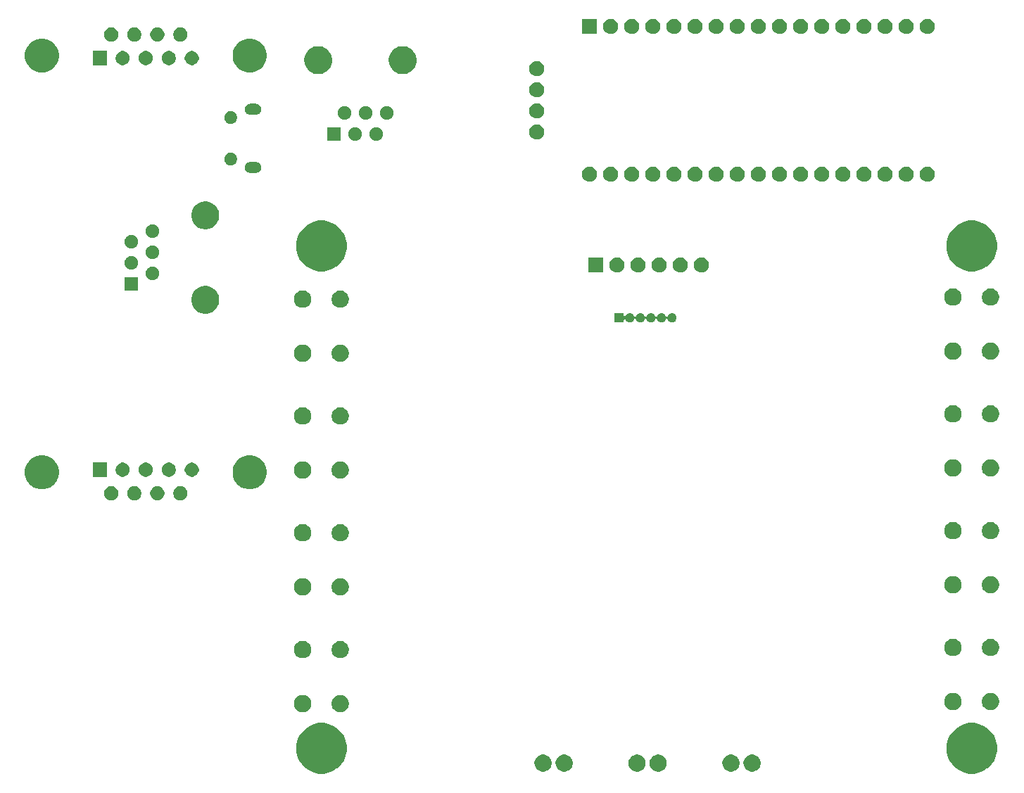
<source format=gbr>
G04 #@! TF.GenerationSoftware,KiCad,Pcbnew,(5.1.5)-3*
G04 #@! TF.CreationDate,2022-01-05T12:17:48-05:00*
G04 #@! TF.ProjectId,K3_RVFO,4b335f52-5646-44f2-9e6b-696361645f70,rev?*
G04 #@! TF.SameCoordinates,Original*
G04 #@! TF.FileFunction,Soldermask,Bot*
G04 #@! TF.FilePolarity,Negative*
%FSLAX46Y46*%
G04 Gerber Fmt 4.6, Leading zero omitted, Abs format (unit mm)*
G04 Created by KiCad (PCBNEW (5.1.5)-3) date 2022-01-05 12:17:48*
%MOMM*%
%LPD*%
G04 APERTURE LIST*
%ADD10C,0.100000*%
G04 APERTURE END LIST*
D10*
G36*
X150749943Y-126860248D02*
G01*
X151305189Y-127090238D01*
X151305190Y-127090239D01*
X151804899Y-127424134D01*
X152229866Y-127849101D01*
X152229867Y-127849103D01*
X152563762Y-128348811D01*
X152793752Y-128904057D01*
X152911000Y-129493501D01*
X152911000Y-130094499D01*
X152793752Y-130683943D01*
X152563762Y-131239189D01*
X152409919Y-131469431D01*
X152229866Y-131738899D01*
X151804899Y-132163866D01*
X151697164Y-132235852D01*
X151305189Y-132497762D01*
X150749943Y-132727752D01*
X150160499Y-132845000D01*
X149559501Y-132845000D01*
X148970057Y-132727752D01*
X148414811Y-132497762D01*
X148022836Y-132235852D01*
X147915101Y-132163866D01*
X147490134Y-131738899D01*
X147310081Y-131469431D01*
X147156238Y-131239189D01*
X146926248Y-130683943D01*
X146809000Y-130094499D01*
X146809000Y-129493501D01*
X146926248Y-128904057D01*
X147156238Y-128348811D01*
X147490133Y-127849103D01*
X147490134Y-127849101D01*
X147915101Y-127424134D01*
X148414810Y-127090239D01*
X148414811Y-127090238D01*
X148970057Y-126860248D01*
X149559501Y-126743000D01*
X150160499Y-126743000D01*
X150749943Y-126860248D01*
G37*
G36*
X72517943Y-126860248D02*
G01*
X73073189Y-127090238D01*
X73073190Y-127090239D01*
X73572899Y-127424134D01*
X73997866Y-127849101D01*
X73997867Y-127849103D01*
X74331762Y-128348811D01*
X74561752Y-128904057D01*
X74679000Y-129493501D01*
X74679000Y-130094499D01*
X74561752Y-130683943D01*
X74331762Y-131239189D01*
X74177919Y-131469431D01*
X73997866Y-131738899D01*
X73572899Y-132163866D01*
X73465164Y-132235852D01*
X73073189Y-132497762D01*
X72517943Y-132727752D01*
X71928499Y-132845000D01*
X71327501Y-132845000D01*
X70738057Y-132727752D01*
X70182811Y-132497762D01*
X69790836Y-132235852D01*
X69683101Y-132163866D01*
X69258134Y-131738899D01*
X69078081Y-131469431D01*
X68924238Y-131239189D01*
X68694248Y-130683943D01*
X68577000Y-130094499D01*
X68577000Y-129493501D01*
X68694248Y-128904057D01*
X68924238Y-128348811D01*
X69258133Y-127849103D01*
X69258134Y-127849101D01*
X69683101Y-127424134D01*
X70182810Y-127090239D01*
X70182811Y-127090238D01*
X70738057Y-126860248D01*
X71327501Y-126743000D01*
X71928499Y-126743000D01*
X72517943Y-126860248D01*
G37*
G36*
X98601765Y-130570620D02*
G01*
X98791288Y-130649123D01*
X98961854Y-130763092D01*
X99106908Y-130908146D01*
X99106909Y-130908148D01*
X99220878Y-131078714D01*
X99299380Y-131268235D01*
X99339400Y-131469430D01*
X99339400Y-131674570D01*
X99326604Y-131738899D01*
X99299380Y-131875765D01*
X99220877Y-132065288D01*
X99106908Y-132235854D01*
X98961854Y-132380908D01*
X98791288Y-132494877D01*
X98791287Y-132494878D01*
X98791286Y-132494878D01*
X98601765Y-132573380D01*
X98400570Y-132613400D01*
X98195430Y-132613400D01*
X97994235Y-132573380D01*
X97804714Y-132494878D01*
X97804713Y-132494878D01*
X97804712Y-132494877D01*
X97634146Y-132380908D01*
X97489092Y-132235854D01*
X97375123Y-132065288D01*
X97296620Y-131875765D01*
X97269396Y-131738899D01*
X97256600Y-131674570D01*
X97256600Y-131469430D01*
X97296620Y-131268235D01*
X97375122Y-131078714D01*
X97489091Y-130908148D01*
X97489092Y-130908146D01*
X97634146Y-130763092D01*
X97804712Y-130649123D01*
X97994235Y-130570620D01*
X98195430Y-130530600D01*
X98400570Y-130530600D01*
X98601765Y-130570620D01*
G37*
G36*
X101141765Y-130570620D02*
G01*
X101331288Y-130649123D01*
X101501854Y-130763092D01*
X101646908Y-130908146D01*
X101646909Y-130908148D01*
X101760878Y-131078714D01*
X101839380Y-131268235D01*
X101879400Y-131469430D01*
X101879400Y-131674570D01*
X101866604Y-131738899D01*
X101839380Y-131875765D01*
X101760877Y-132065288D01*
X101646908Y-132235854D01*
X101501854Y-132380908D01*
X101331288Y-132494877D01*
X101331287Y-132494878D01*
X101331286Y-132494878D01*
X101141765Y-132573380D01*
X100940570Y-132613400D01*
X100735430Y-132613400D01*
X100534235Y-132573380D01*
X100344714Y-132494878D01*
X100344713Y-132494878D01*
X100344712Y-132494877D01*
X100174146Y-132380908D01*
X100029092Y-132235854D01*
X99915123Y-132065288D01*
X99836620Y-131875765D01*
X99809396Y-131738899D01*
X99796600Y-131674570D01*
X99796600Y-131469430D01*
X99836620Y-131268235D01*
X99915122Y-131078714D01*
X100029091Y-130908148D01*
X100029092Y-130908146D01*
X100174146Y-130763092D01*
X100344712Y-130649123D01*
X100534235Y-130570620D01*
X100735430Y-130530600D01*
X100940570Y-130530600D01*
X101141765Y-130570620D01*
G37*
G36*
X109904765Y-130570620D02*
G01*
X110094288Y-130649123D01*
X110264854Y-130763092D01*
X110409908Y-130908146D01*
X110409909Y-130908148D01*
X110523878Y-131078714D01*
X110602380Y-131268235D01*
X110642400Y-131469430D01*
X110642400Y-131674570D01*
X110629604Y-131738899D01*
X110602380Y-131875765D01*
X110523877Y-132065288D01*
X110409908Y-132235854D01*
X110264854Y-132380908D01*
X110094288Y-132494877D01*
X110094287Y-132494878D01*
X110094286Y-132494878D01*
X109904765Y-132573380D01*
X109703570Y-132613400D01*
X109498430Y-132613400D01*
X109297235Y-132573380D01*
X109107714Y-132494878D01*
X109107713Y-132494878D01*
X109107712Y-132494877D01*
X108937146Y-132380908D01*
X108792092Y-132235854D01*
X108678123Y-132065288D01*
X108599620Y-131875765D01*
X108572396Y-131738899D01*
X108559600Y-131674570D01*
X108559600Y-131469430D01*
X108599620Y-131268235D01*
X108678122Y-131078714D01*
X108792091Y-130908148D01*
X108792092Y-130908146D01*
X108937146Y-130763092D01*
X109107712Y-130649123D01*
X109297235Y-130570620D01*
X109498430Y-130530600D01*
X109703570Y-130530600D01*
X109904765Y-130570620D01*
G37*
G36*
X112444765Y-130570620D02*
G01*
X112634288Y-130649123D01*
X112804854Y-130763092D01*
X112949908Y-130908146D01*
X112949909Y-130908148D01*
X113063878Y-131078714D01*
X113142380Y-131268235D01*
X113182400Y-131469430D01*
X113182400Y-131674570D01*
X113169604Y-131738899D01*
X113142380Y-131875765D01*
X113063877Y-132065288D01*
X112949908Y-132235854D01*
X112804854Y-132380908D01*
X112634288Y-132494877D01*
X112634287Y-132494878D01*
X112634286Y-132494878D01*
X112444765Y-132573380D01*
X112243570Y-132613400D01*
X112038430Y-132613400D01*
X111837235Y-132573380D01*
X111647714Y-132494878D01*
X111647713Y-132494878D01*
X111647712Y-132494877D01*
X111477146Y-132380908D01*
X111332092Y-132235854D01*
X111218123Y-132065288D01*
X111139620Y-131875765D01*
X111112396Y-131738899D01*
X111099600Y-131674570D01*
X111099600Y-131469430D01*
X111139620Y-131268235D01*
X111218122Y-131078714D01*
X111332091Y-130908148D01*
X111332092Y-130908146D01*
X111477146Y-130763092D01*
X111647712Y-130649123D01*
X111837235Y-130570620D01*
X112038430Y-130530600D01*
X112243570Y-130530600D01*
X112444765Y-130570620D01*
G37*
G36*
X121207765Y-130570620D02*
G01*
X121397288Y-130649123D01*
X121567854Y-130763092D01*
X121712908Y-130908146D01*
X121712909Y-130908148D01*
X121826878Y-131078714D01*
X121905380Y-131268235D01*
X121945400Y-131469430D01*
X121945400Y-131674570D01*
X121932604Y-131738899D01*
X121905380Y-131875765D01*
X121826877Y-132065288D01*
X121712908Y-132235854D01*
X121567854Y-132380908D01*
X121397288Y-132494877D01*
X121397287Y-132494878D01*
X121397286Y-132494878D01*
X121207765Y-132573380D01*
X121006570Y-132613400D01*
X120801430Y-132613400D01*
X120600235Y-132573380D01*
X120410714Y-132494878D01*
X120410713Y-132494878D01*
X120410712Y-132494877D01*
X120240146Y-132380908D01*
X120095092Y-132235854D01*
X119981123Y-132065288D01*
X119902620Y-131875765D01*
X119875396Y-131738899D01*
X119862600Y-131674570D01*
X119862600Y-131469430D01*
X119902620Y-131268235D01*
X119981122Y-131078714D01*
X120095091Y-130908148D01*
X120095092Y-130908146D01*
X120240146Y-130763092D01*
X120410712Y-130649123D01*
X120600235Y-130570620D01*
X120801430Y-130530600D01*
X121006570Y-130530600D01*
X121207765Y-130570620D01*
G37*
G36*
X123747765Y-130570620D02*
G01*
X123937288Y-130649123D01*
X124107854Y-130763092D01*
X124252908Y-130908146D01*
X124252909Y-130908148D01*
X124366878Y-131078714D01*
X124445380Y-131268235D01*
X124485400Y-131469430D01*
X124485400Y-131674570D01*
X124472604Y-131738899D01*
X124445380Y-131875765D01*
X124366877Y-132065288D01*
X124252908Y-132235854D01*
X124107854Y-132380908D01*
X123937288Y-132494877D01*
X123937287Y-132494878D01*
X123937286Y-132494878D01*
X123747765Y-132573380D01*
X123546570Y-132613400D01*
X123341430Y-132613400D01*
X123140235Y-132573380D01*
X122950714Y-132494878D01*
X122950713Y-132494878D01*
X122950712Y-132494877D01*
X122780146Y-132380908D01*
X122635092Y-132235854D01*
X122521123Y-132065288D01*
X122442620Y-131875765D01*
X122415396Y-131738899D01*
X122402600Y-131674570D01*
X122402600Y-131469430D01*
X122442620Y-131268235D01*
X122521122Y-131078714D01*
X122635091Y-130908148D01*
X122635092Y-130908146D01*
X122780146Y-130763092D01*
X122950712Y-130649123D01*
X123140235Y-130570620D01*
X123341430Y-130530600D01*
X123546570Y-130530600D01*
X123747765Y-130570620D01*
G37*
G36*
X69671165Y-123407820D02*
G01*
X69860688Y-123486323D01*
X70031254Y-123600292D01*
X70176308Y-123745346D01*
X70290277Y-123915912D01*
X70290278Y-123915914D01*
X70368780Y-124105435D01*
X70408800Y-124306630D01*
X70408800Y-124511770D01*
X70368780Y-124712965D01*
X70324837Y-124819054D01*
X70290277Y-124902488D01*
X70176308Y-125073054D01*
X70031254Y-125218108D01*
X69860688Y-125332077D01*
X69860687Y-125332078D01*
X69860686Y-125332078D01*
X69671165Y-125410580D01*
X69469970Y-125450600D01*
X69264830Y-125450600D01*
X69063635Y-125410580D01*
X68874114Y-125332078D01*
X68874113Y-125332078D01*
X68874112Y-125332077D01*
X68703546Y-125218108D01*
X68558492Y-125073054D01*
X68444523Y-124902488D01*
X68409964Y-124819054D01*
X68366020Y-124712965D01*
X68326000Y-124511770D01*
X68326000Y-124306630D01*
X68366020Y-124105435D01*
X68444522Y-123915914D01*
X68444523Y-123915912D01*
X68558492Y-123745346D01*
X68703546Y-123600292D01*
X68874112Y-123486323D01*
X69063635Y-123407820D01*
X69264830Y-123367800D01*
X69469970Y-123367800D01*
X69671165Y-123407820D01*
G37*
G36*
X74192365Y-123407820D02*
G01*
X74381888Y-123486323D01*
X74552454Y-123600292D01*
X74697508Y-123745346D01*
X74811477Y-123915912D01*
X74811478Y-123915914D01*
X74889980Y-124105435D01*
X74930000Y-124306630D01*
X74930000Y-124511770D01*
X74889980Y-124712965D01*
X74846037Y-124819054D01*
X74811477Y-124902488D01*
X74697508Y-125073054D01*
X74552454Y-125218108D01*
X74381888Y-125332077D01*
X74381887Y-125332078D01*
X74381886Y-125332078D01*
X74192365Y-125410580D01*
X73991170Y-125450600D01*
X73786030Y-125450600D01*
X73584835Y-125410580D01*
X73395314Y-125332078D01*
X73395313Y-125332078D01*
X73395312Y-125332077D01*
X73224746Y-125218108D01*
X73079692Y-125073054D01*
X72965723Y-124902488D01*
X72931164Y-124819054D01*
X72887220Y-124712965D01*
X72847200Y-124511770D01*
X72847200Y-124306630D01*
X72887220Y-124105435D01*
X72965722Y-123915914D01*
X72965723Y-123915912D01*
X73079692Y-123745346D01*
X73224746Y-123600292D01*
X73395312Y-123486323D01*
X73584835Y-123407820D01*
X73786030Y-123367800D01*
X73991170Y-123367800D01*
X74192365Y-123407820D01*
G37*
G36*
X147903165Y-123153820D02*
G01*
X148092688Y-123232323D01*
X148263254Y-123346292D01*
X148408308Y-123491346D01*
X148522277Y-123661912D01*
X148522278Y-123661914D01*
X148556837Y-123745348D01*
X148600780Y-123851435D01*
X148640800Y-124052631D01*
X148640800Y-124257769D01*
X148600780Y-124458965D01*
X148522277Y-124648488D01*
X148408308Y-124819054D01*
X148263254Y-124964108D01*
X148092688Y-125078077D01*
X148092687Y-125078078D01*
X148092686Y-125078078D01*
X147903165Y-125156580D01*
X147701970Y-125196600D01*
X147496830Y-125196600D01*
X147295635Y-125156580D01*
X147106114Y-125078078D01*
X147106113Y-125078078D01*
X147106112Y-125078077D01*
X146935546Y-124964108D01*
X146790492Y-124819054D01*
X146676523Y-124648488D01*
X146598020Y-124458965D01*
X146558000Y-124257769D01*
X146558000Y-124052631D01*
X146598020Y-123851435D01*
X146641963Y-123745348D01*
X146676522Y-123661914D01*
X146676523Y-123661912D01*
X146790492Y-123491346D01*
X146935546Y-123346292D01*
X147106112Y-123232323D01*
X147295635Y-123153820D01*
X147496830Y-123113800D01*
X147701970Y-123113800D01*
X147903165Y-123153820D01*
G37*
G36*
X152424365Y-123153820D02*
G01*
X152613888Y-123232323D01*
X152784454Y-123346292D01*
X152929508Y-123491346D01*
X153043477Y-123661912D01*
X153043478Y-123661914D01*
X153078037Y-123745348D01*
X153121980Y-123851435D01*
X153162000Y-124052631D01*
X153162000Y-124257769D01*
X153121980Y-124458965D01*
X153043477Y-124648488D01*
X152929508Y-124819054D01*
X152784454Y-124964108D01*
X152613888Y-125078077D01*
X152613887Y-125078078D01*
X152613886Y-125078078D01*
X152424365Y-125156580D01*
X152223170Y-125196600D01*
X152018030Y-125196600D01*
X151816835Y-125156580D01*
X151627314Y-125078078D01*
X151627313Y-125078078D01*
X151627312Y-125078077D01*
X151456746Y-124964108D01*
X151311692Y-124819054D01*
X151197723Y-124648488D01*
X151119220Y-124458965D01*
X151079200Y-124257769D01*
X151079200Y-124052631D01*
X151119220Y-123851435D01*
X151163163Y-123745348D01*
X151197722Y-123661914D01*
X151197723Y-123661912D01*
X151311692Y-123491346D01*
X151456746Y-123346292D01*
X151627312Y-123232323D01*
X151816835Y-123153820D01*
X152018030Y-123113800D01*
X152223170Y-123113800D01*
X152424365Y-123153820D01*
G37*
G36*
X74192365Y-116905420D02*
G01*
X74381888Y-116983923D01*
X74552454Y-117097892D01*
X74697508Y-117242946D01*
X74811477Y-117413512D01*
X74811478Y-117413514D01*
X74889980Y-117603035D01*
X74930000Y-117804230D01*
X74930000Y-118009370D01*
X74889980Y-118210565D01*
X74846037Y-118316654D01*
X74811477Y-118400088D01*
X74697508Y-118570654D01*
X74552454Y-118715708D01*
X74381888Y-118829677D01*
X74381887Y-118829678D01*
X74381886Y-118829678D01*
X74192365Y-118908180D01*
X73991170Y-118948200D01*
X73786030Y-118948200D01*
X73584835Y-118908180D01*
X73395314Y-118829678D01*
X73395313Y-118829678D01*
X73395312Y-118829677D01*
X73224746Y-118715708D01*
X73079692Y-118570654D01*
X72965723Y-118400088D01*
X72931164Y-118316654D01*
X72887220Y-118210565D01*
X72847200Y-118009370D01*
X72847200Y-117804230D01*
X72887220Y-117603035D01*
X72965722Y-117413514D01*
X72965723Y-117413512D01*
X73079692Y-117242946D01*
X73224746Y-117097892D01*
X73395312Y-116983923D01*
X73584835Y-116905420D01*
X73786030Y-116865400D01*
X73991170Y-116865400D01*
X74192365Y-116905420D01*
G37*
G36*
X69671165Y-116905420D02*
G01*
X69860688Y-116983923D01*
X70031254Y-117097892D01*
X70176308Y-117242946D01*
X70290277Y-117413512D01*
X70290278Y-117413514D01*
X70368780Y-117603035D01*
X70408800Y-117804230D01*
X70408800Y-118009370D01*
X70368780Y-118210565D01*
X70324837Y-118316654D01*
X70290277Y-118400088D01*
X70176308Y-118570654D01*
X70031254Y-118715708D01*
X69860688Y-118829677D01*
X69860687Y-118829678D01*
X69860686Y-118829678D01*
X69671165Y-118908180D01*
X69469970Y-118948200D01*
X69264830Y-118948200D01*
X69063635Y-118908180D01*
X68874114Y-118829678D01*
X68874113Y-118829678D01*
X68874112Y-118829677D01*
X68703546Y-118715708D01*
X68558492Y-118570654D01*
X68444523Y-118400088D01*
X68409964Y-118316654D01*
X68366020Y-118210565D01*
X68326000Y-118009370D01*
X68326000Y-117804230D01*
X68366020Y-117603035D01*
X68444522Y-117413514D01*
X68444523Y-117413512D01*
X68558492Y-117242946D01*
X68703546Y-117097892D01*
X68874112Y-116983923D01*
X69063635Y-116905420D01*
X69264830Y-116865400D01*
X69469970Y-116865400D01*
X69671165Y-116905420D01*
G37*
G36*
X152424365Y-116651420D02*
G01*
X152613888Y-116729923D01*
X152784454Y-116843892D01*
X152929508Y-116988946D01*
X153043477Y-117159512D01*
X153043478Y-117159514D01*
X153078037Y-117242948D01*
X153121980Y-117349035D01*
X153162000Y-117550231D01*
X153162000Y-117755369D01*
X153121980Y-117956565D01*
X153043477Y-118146088D01*
X152929508Y-118316654D01*
X152784454Y-118461708D01*
X152613888Y-118575677D01*
X152613887Y-118575678D01*
X152613886Y-118575678D01*
X152424365Y-118654180D01*
X152223170Y-118694200D01*
X152018030Y-118694200D01*
X151816835Y-118654180D01*
X151627314Y-118575678D01*
X151627313Y-118575678D01*
X151627312Y-118575677D01*
X151456746Y-118461708D01*
X151311692Y-118316654D01*
X151197723Y-118146088D01*
X151119220Y-117956565D01*
X151079200Y-117755369D01*
X151079200Y-117550231D01*
X151119220Y-117349035D01*
X151163163Y-117242948D01*
X151197722Y-117159514D01*
X151197723Y-117159512D01*
X151311692Y-116988946D01*
X151456746Y-116843892D01*
X151627312Y-116729923D01*
X151816835Y-116651420D01*
X152018030Y-116611400D01*
X152223170Y-116611400D01*
X152424365Y-116651420D01*
G37*
G36*
X147903165Y-116651420D02*
G01*
X148092688Y-116729923D01*
X148263254Y-116843892D01*
X148408308Y-116988946D01*
X148522277Y-117159512D01*
X148522278Y-117159514D01*
X148556837Y-117242948D01*
X148600780Y-117349035D01*
X148640800Y-117550231D01*
X148640800Y-117755369D01*
X148600780Y-117956565D01*
X148522277Y-118146088D01*
X148408308Y-118316654D01*
X148263254Y-118461708D01*
X148092688Y-118575677D01*
X148092687Y-118575678D01*
X148092686Y-118575678D01*
X147903165Y-118654180D01*
X147701970Y-118694200D01*
X147496830Y-118694200D01*
X147295635Y-118654180D01*
X147106114Y-118575678D01*
X147106113Y-118575678D01*
X147106112Y-118575677D01*
X146935546Y-118461708D01*
X146790492Y-118316654D01*
X146676523Y-118146088D01*
X146598020Y-117956565D01*
X146558000Y-117755369D01*
X146558000Y-117550231D01*
X146598020Y-117349035D01*
X146641963Y-117242948D01*
X146676522Y-117159514D01*
X146676523Y-117159512D01*
X146790492Y-116988946D01*
X146935546Y-116843892D01*
X147106112Y-116729923D01*
X147295635Y-116651420D01*
X147496830Y-116611400D01*
X147701970Y-116611400D01*
X147903165Y-116651420D01*
G37*
G36*
X69671165Y-109353152D02*
G01*
X69860688Y-109431655D01*
X70031254Y-109545624D01*
X70176308Y-109690678D01*
X70290277Y-109861244D01*
X70290278Y-109861246D01*
X70368780Y-110050767D01*
X70408800Y-110251962D01*
X70408800Y-110457102D01*
X70368780Y-110658297D01*
X70324837Y-110764386D01*
X70290277Y-110847820D01*
X70176308Y-111018386D01*
X70031254Y-111163440D01*
X69860688Y-111277409D01*
X69860687Y-111277410D01*
X69860686Y-111277410D01*
X69671165Y-111355912D01*
X69469970Y-111395932D01*
X69264830Y-111395932D01*
X69063635Y-111355912D01*
X68874114Y-111277410D01*
X68874113Y-111277410D01*
X68874112Y-111277409D01*
X68703546Y-111163440D01*
X68558492Y-111018386D01*
X68444523Y-110847820D01*
X68409964Y-110764386D01*
X68366020Y-110658297D01*
X68326000Y-110457102D01*
X68326000Y-110251962D01*
X68366020Y-110050767D01*
X68444522Y-109861246D01*
X68444523Y-109861244D01*
X68558492Y-109690678D01*
X68703546Y-109545624D01*
X68874112Y-109431655D01*
X69063635Y-109353152D01*
X69264830Y-109313132D01*
X69469970Y-109313132D01*
X69671165Y-109353152D01*
G37*
G36*
X74192365Y-109353152D02*
G01*
X74381888Y-109431655D01*
X74552454Y-109545624D01*
X74697508Y-109690678D01*
X74811477Y-109861244D01*
X74811478Y-109861246D01*
X74889980Y-110050767D01*
X74930000Y-110251962D01*
X74930000Y-110457102D01*
X74889980Y-110658297D01*
X74846037Y-110764386D01*
X74811477Y-110847820D01*
X74697508Y-111018386D01*
X74552454Y-111163440D01*
X74381888Y-111277409D01*
X74381887Y-111277410D01*
X74381886Y-111277410D01*
X74192365Y-111355912D01*
X73991170Y-111395932D01*
X73786030Y-111395932D01*
X73584835Y-111355912D01*
X73395314Y-111277410D01*
X73395313Y-111277410D01*
X73395312Y-111277409D01*
X73224746Y-111163440D01*
X73079692Y-111018386D01*
X72965723Y-110847820D01*
X72931164Y-110764386D01*
X72887220Y-110658297D01*
X72847200Y-110457102D01*
X72847200Y-110251962D01*
X72887220Y-110050767D01*
X72965722Y-109861246D01*
X72965723Y-109861244D01*
X73079692Y-109690678D01*
X73224746Y-109545624D01*
X73395312Y-109431655D01*
X73584835Y-109353152D01*
X73786030Y-109313132D01*
X73991170Y-109313132D01*
X74192365Y-109353152D01*
G37*
G36*
X152424365Y-109099152D02*
G01*
X152613888Y-109177655D01*
X152784454Y-109291624D01*
X152929508Y-109436678D01*
X153043477Y-109607244D01*
X153043478Y-109607246D01*
X153078037Y-109690680D01*
X153121980Y-109796767D01*
X153162000Y-109997963D01*
X153162000Y-110203101D01*
X153121980Y-110404297D01*
X153043477Y-110593820D01*
X152929508Y-110764386D01*
X152784454Y-110909440D01*
X152613888Y-111023409D01*
X152613887Y-111023410D01*
X152613886Y-111023410D01*
X152424365Y-111101912D01*
X152223170Y-111141932D01*
X152018030Y-111141932D01*
X151816835Y-111101912D01*
X151627314Y-111023410D01*
X151627313Y-111023410D01*
X151627312Y-111023409D01*
X151456746Y-110909440D01*
X151311692Y-110764386D01*
X151197723Y-110593820D01*
X151119220Y-110404297D01*
X151079200Y-110203101D01*
X151079200Y-109997963D01*
X151119220Y-109796767D01*
X151163163Y-109690680D01*
X151197722Y-109607246D01*
X151197723Y-109607244D01*
X151311692Y-109436678D01*
X151456746Y-109291624D01*
X151627312Y-109177655D01*
X151816835Y-109099152D01*
X152018030Y-109059132D01*
X152223170Y-109059132D01*
X152424365Y-109099152D01*
G37*
G36*
X147903165Y-109099152D02*
G01*
X148092688Y-109177655D01*
X148263254Y-109291624D01*
X148408308Y-109436678D01*
X148522277Y-109607244D01*
X148522278Y-109607246D01*
X148556837Y-109690680D01*
X148600780Y-109796767D01*
X148640800Y-109997963D01*
X148640800Y-110203101D01*
X148600780Y-110404297D01*
X148522277Y-110593820D01*
X148408308Y-110764386D01*
X148263254Y-110909440D01*
X148092688Y-111023409D01*
X148092687Y-111023410D01*
X148092686Y-111023410D01*
X147903165Y-111101912D01*
X147701970Y-111141932D01*
X147496830Y-111141932D01*
X147295635Y-111101912D01*
X147106114Y-111023410D01*
X147106113Y-111023410D01*
X147106112Y-111023409D01*
X146935546Y-110909440D01*
X146790492Y-110764386D01*
X146676523Y-110593820D01*
X146598020Y-110404297D01*
X146558000Y-110203101D01*
X146558000Y-109997963D01*
X146598020Y-109796767D01*
X146641963Y-109690680D01*
X146676522Y-109607246D01*
X146676523Y-109607244D01*
X146790492Y-109436678D01*
X146935546Y-109291624D01*
X147106112Y-109177655D01*
X147295635Y-109099152D01*
X147496830Y-109059132D01*
X147701970Y-109059132D01*
X147903165Y-109099152D01*
G37*
G36*
X69671165Y-102850752D02*
G01*
X69860688Y-102929255D01*
X70031254Y-103043224D01*
X70176308Y-103188278D01*
X70290277Y-103358844D01*
X70290278Y-103358846D01*
X70368780Y-103548367D01*
X70408800Y-103749562D01*
X70408800Y-103954702D01*
X70368780Y-104155897D01*
X70324837Y-104261986D01*
X70290277Y-104345420D01*
X70176308Y-104515986D01*
X70031254Y-104661040D01*
X69860688Y-104775009D01*
X69860687Y-104775010D01*
X69860686Y-104775010D01*
X69671165Y-104853512D01*
X69469970Y-104893532D01*
X69264830Y-104893532D01*
X69063635Y-104853512D01*
X68874114Y-104775010D01*
X68874113Y-104775010D01*
X68874112Y-104775009D01*
X68703546Y-104661040D01*
X68558492Y-104515986D01*
X68444523Y-104345420D01*
X68409964Y-104261986D01*
X68366020Y-104155897D01*
X68326000Y-103954702D01*
X68326000Y-103749562D01*
X68366020Y-103548367D01*
X68444522Y-103358846D01*
X68444523Y-103358844D01*
X68558492Y-103188278D01*
X68703546Y-103043224D01*
X68874112Y-102929255D01*
X69063635Y-102850752D01*
X69264830Y-102810732D01*
X69469970Y-102810732D01*
X69671165Y-102850752D01*
G37*
G36*
X74192365Y-102850752D02*
G01*
X74381888Y-102929255D01*
X74552454Y-103043224D01*
X74697508Y-103188278D01*
X74811477Y-103358844D01*
X74811478Y-103358846D01*
X74889980Y-103548367D01*
X74930000Y-103749562D01*
X74930000Y-103954702D01*
X74889980Y-104155897D01*
X74846037Y-104261986D01*
X74811477Y-104345420D01*
X74697508Y-104515986D01*
X74552454Y-104661040D01*
X74381888Y-104775009D01*
X74381887Y-104775010D01*
X74381886Y-104775010D01*
X74192365Y-104853512D01*
X73991170Y-104893532D01*
X73786030Y-104893532D01*
X73584835Y-104853512D01*
X73395314Y-104775010D01*
X73395313Y-104775010D01*
X73395312Y-104775009D01*
X73224746Y-104661040D01*
X73079692Y-104515986D01*
X72965723Y-104345420D01*
X72931164Y-104261986D01*
X72887220Y-104155897D01*
X72847200Y-103954702D01*
X72847200Y-103749562D01*
X72887220Y-103548367D01*
X72965722Y-103358846D01*
X72965723Y-103358844D01*
X73079692Y-103188278D01*
X73224746Y-103043224D01*
X73395312Y-102929255D01*
X73584835Y-102850752D01*
X73786030Y-102810732D01*
X73991170Y-102810732D01*
X74192365Y-102850752D01*
G37*
G36*
X152424365Y-102596752D02*
G01*
X152613888Y-102675255D01*
X152784454Y-102789224D01*
X152929508Y-102934278D01*
X153043477Y-103104844D01*
X153043478Y-103104846D01*
X153078037Y-103188280D01*
X153121980Y-103294367D01*
X153162000Y-103495563D01*
X153162000Y-103700701D01*
X153121980Y-103901897D01*
X153043477Y-104091420D01*
X152929508Y-104261986D01*
X152784454Y-104407040D01*
X152613888Y-104521009D01*
X152613887Y-104521010D01*
X152613886Y-104521010D01*
X152424365Y-104599512D01*
X152223170Y-104639532D01*
X152018030Y-104639532D01*
X151816835Y-104599512D01*
X151627314Y-104521010D01*
X151627313Y-104521010D01*
X151627312Y-104521009D01*
X151456746Y-104407040D01*
X151311692Y-104261986D01*
X151197723Y-104091420D01*
X151119220Y-103901897D01*
X151079200Y-103700701D01*
X151079200Y-103495563D01*
X151119220Y-103294367D01*
X151163163Y-103188280D01*
X151197722Y-103104846D01*
X151197723Y-103104844D01*
X151311692Y-102934278D01*
X151456746Y-102789224D01*
X151627312Y-102675255D01*
X151816835Y-102596752D01*
X152018030Y-102556732D01*
X152223170Y-102556732D01*
X152424365Y-102596752D01*
G37*
G36*
X147903165Y-102596752D02*
G01*
X148092688Y-102675255D01*
X148263254Y-102789224D01*
X148408308Y-102934278D01*
X148522277Y-103104844D01*
X148522278Y-103104846D01*
X148556837Y-103188280D01*
X148600780Y-103294367D01*
X148640800Y-103495563D01*
X148640800Y-103700701D01*
X148600780Y-103901897D01*
X148522277Y-104091420D01*
X148408308Y-104261986D01*
X148263254Y-104407040D01*
X148092688Y-104521009D01*
X148092687Y-104521010D01*
X148092686Y-104521010D01*
X147903165Y-104599512D01*
X147701970Y-104639532D01*
X147496830Y-104639532D01*
X147295635Y-104599512D01*
X147106114Y-104521010D01*
X147106113Y-104521010D01*
X147106112Y-104521009D01*
X146935546Y-104407040D01*
X146790492Y-104261986D01*
X146676523Y-104091420D01*
X146598020Y-103901897D01*
X146558000Y-103700701D01*
X146558000Y-103495563D01*
X146598020Y-103294367D01*
X146641963Y-103188280D01*
X146676522Y-103104846D01*
X146676523Y-103104844D01*
X146790492Y-102934278D01*
X146935546Y-102789224D01*
X147106112Y-102675255D01*
X147295635Y-102596752D01*
X147496830Y-102556732D01*
X147701970Y-102556732D01*
X147903165Y-102596752D01*
G37*
G36*
X49361228Y-98287703D02*
G01*
X49516100Y-98351853D01*
X49655481Y-98444985D01*
X49774015Y-98563519D01*
X49867147Y-98702900D01*
X49931297Y-98857772D01*
X49964000Y-99022184D01*
X49964000Y-99189816D01*
X49931297Y-99354228D01*
X49867147Y-99509100D01*
X49774015Y-99648481D01*
X49655481Y-99767015D01*
X49516100Y-99860147D01*
X49361228Y-99924297D01*
X49196816Y-99957000D01*
X49029184Y-99957000D01*
X48864772Y-99924297D01*
X48709900Y-99860147D01*
X48570519Y-99767015D01*
X48451985Y-99648481D01*
X48358853Y-99509100D01*
X48294703Y-99354228D01*
X48262000Y-99189816D01*
X48262000Y-99022184D01*
X48294703Y-98857772D01*
X48358853Y-98702900D01*
X48451985Y-98563519D01*
X48570519Y-98444985D01*
X48709900Y-98351853D01*
X48864772Y-98287703D01*
X49029184Y-98255000D01*
X49196816Y-98255000D01*
X49361228Y-98287703D01*
G37*
G36*
X46591228Y-98287703D02*
G01*
X46746100Y-98351853D01*
X46885481Y-98444985D01*
X47004015Y-98563519D01*
X47097147Y-98702900D01*
X47161297Y-98857772D01*
X47194000Y-99022184D01*
X47194000Y-99189816D01*
X47161297Y-99354228D01*
X47097147Y-99509100D01*
X47004015Y-99648481D01*
X46885481Y-99767015D01*
X46746100Y-99860147D01*
X46591228Y-99924297D01*
X46426816Y-99957000D01*
X46259184Y-99957000D01*
X46094772Y-99924297D01*
X45939900Y-99860147D01*
X45800519Y-99767015D01*
X45681985Y-99648481D01*
X45588853Y-99509100D01*
X45524703Y-99354228D01*
X45492000Y-99189816D01*
X45492000Y-99022184D01*
X45524703Y-98857772D01*
X45588853Y-98702900D01*
X45681985Y-98563519D01*
X45800519Y-98444985D01*
X45939900Y-98351853D01*
X46094772Y-98287703D01*
X46259184Y-98255000D01*
X46426816Y-98255000D01*
X46591228Y-98287703D01*
G37*
G36*
X52131228Y-98287703D02*
G01*
X52286100Y-98351853D01*
X52425481Y-98444985D01*
X52544015Y-98563519D01*
X52637147Y-98702900D01*
X52701297Y-98857772D01*
X52734000Y-99022184D01*
X52734000Y-99189816D01*
X52701297Y-99354228D01*
X52637147Y-99509100D01*
X52544015Y-99648481D01*
X52425481Y-99767015D01*
X52286100Y-99860147D01*
X52131228Y-99924297D01*
X51966816Y-99957000D01*
X51799184Y-99957000D01*
X51634772Y-99924297D01*
X51479900Y-99860147D01*
X51340519Y-99767015D01*
X51221985Y-99648481D01*
X51128853Y-99509100D01*
X51064703Y-99354228D01*
X51032000Y-99189816D01*
X51032000Y-99022184D01*
X51064703Y-98857772D01*
X51128853Y-98702900D01*
X51221985Y-98563519D01*
X51340519Y-98444985D01*
X51479900Y-98351853D01*
X51634772Y-98287703D01*
X51799184Y-98255000D01*
X51966816Y-98255000D01*
X52131228Y-98287703D01*
G37*
G36*
X54901228Y-98287703D02*
G01*
X55056100Y-98351853D01*
X55195481Y-98444985D01*
X55314015Y-98563519D01*
X55407147Y-98702900D01*
X55471297Y-98857772D01*
X55504000Y-99022184D01*
X55504000Y-99189816D01*
X55471297Y-99354228D01*
X55407147Y-99509100D01*
X55314015Y-99648481D01*
X55195481Y-99767015D01*
X55056100Y-99860147D01*
X54901228Y-99924297D01*
X54736816Y-99957000D01*
X54569184Y-99957000D01*
X54404772Y-99924297D01*
X54249900Y-99860147D01*
X54110519Y-99767015D01*
X53991985Y-99648481D01*
X53898853Y-99509100D01*
X53834703Y-99354228D01*
X53802000Y-99189816D01*
X53802000Y-99022184D01*
X53834703Y-98857772D01*
X53898853Y-98702900D01*
X53991985Y-98563519D01*
X54110519Y-98444985D01*
X54249900Y-98351853D01*
X54404772Y-98287703D01*
X54569184Y-98255000D01*
X54736816Y-98255000D01*
X54901228Y-98287703D01*
G37*
G36*
X63596254Y-94593818D02*
G01*
X63969511Y-94748426D01*
X63969513Y-94748427D01*
X64305436Y-94972884D01*
X64591116Y-95258564D01*
X64787572Y-95552580D01*
X64815574Y-95594489D01*
X64970182Y-95967746D01*
X65049000Y-96363993D01*
X65049000Y-96768007D01*
X64970182Y-97164254D01*
X64913438Y-97301246D01*
X64815573Y-97537513D01*
X64591116Y-97873436D01*
X64305436Y-98159116D01*
X63969513Y-98383573D01*
X63969512Y-98383574D01*
X63969511Y-98383574D01*
X63596254Y-98538182D01*
X63200007Y-98617000D01*
X62795993Y-98617000D01*
X62399746Y-98538182D01*
X62026489Y-98383574D01*
X62026488Y-98383574D01*
X62026487Y-98383573D01*
X61690564Y-98159116D01*
X61404884Y-97873436D01*
X61180427Y-97537513D01*
X61082562Y-97301246D01*
X61025818Y-97164254D01*
X60947000Y-96768007D01*
X60947000Y-96363993D01*
X61025818Y-95967746D01*
X61180426Y-95594489D01*
X61208429Y-95552580D01*
X61404884Y-95258564D01*
X61690564Y-94972884D01*
X62026487Y-94748427D01*
X62026489Y-94748426D01*
X62399746Y-94593818D01*
X62795993Y-94515000D01*
X63200007Y-94515000D01*
X63596254Y-94593818D01*
G37*
G36*
X38596254Y-94593818D02*
G01*
X38969511Y-94748426D01*
X38969513Y-94748427D01*
X39305436Y-94972884D01*
X39591116Y-95258564D01*
X39787572Y-95552580D01*
X39815574Y-95594489D01*
X39970182Y-95967746D01*
X40049000Y-96363993D01*
X40049000Y-96768007D01*
X39970182Y-97164254D01*
X39913438Y-97301246D01*
X39815573Y-97537513D01*
X39591116Y-97873436D01*
X39305436Y-98159116D01*
X38969513Y-98383573D01*
X38969512Y-98383574D01*
X38969511Y-98383574D01*
X38596254Y-98538182D01*
X38200007Y-98617000D01*
X37795993Y-98617000D01*
X37399746Y-98538182D01*
X37026489Y-98383574D01*
X37026488Y-98383574D01*
X37026487Y-98383573D01*
X36690564Y-98159116D01*
X36404884Y-97873436D01*
X36180427Y-97537513D01*
X36082562Y-97301246D01*
X36025818Y-97164254D01*
X35947000Y-96768007D01*
X35947000Y-96363993D01*
X36025818Y-95967746D01*
X36180426Y-95594489D01*
X36208429Y-95552580D01*
X36404884Y-95258564D01*
X36690564Y-94972884D01*
X37026487Y-94748427D01*
X37026489Y-94748426D01*
X37399746Y-94593818D01*
X37795993Y-94515000D01*
X38200007Y-94515000D01*
X38596254Y-94593818D01*
G37*
G36*
X69671165Y-95298486D02*
G01*
X69860688Y-95376989D01*
X70031254Y-95490958D01*
X70176308Y-95636012D01*
X70290277Y-95806578D01*
X70290278Y-95806580D01*
X70368780Y-95996101D01*
X70408800Y-96197296D01*
X70408800Y-96402436D01*
X70368780Y-96603631D01*
X70324837Y-96709720D01*
X70290277Y-96793154D01*
X70176308Y-96963720D01*
X70031254Y-97108774D01*
X69860688Y-97222743D01*
X69860687Y-97222744D01*
X69860686Y-97222744D01*
X69671165Y-97301246D01*
X69469970Y-97341266D01*
X69264830Y-97341266D01*
X69063635Y-97301246D01*
X68874114Y-97222744D01*
X68874113Y-97222744D01*
X68874112Y-97222743D01*
X68703546Y-97108774D01*
X68558492Y-96963720D01*
X68444523Y-96793154D01*
X68409964Y-96709720D01*
X68366020Y-96603631D01*
X68326000Y-96402436D01*
X68326000Y-96197296D01*
X68366020Y-95996101D01*
X68444522Y-95806580D01*
X68444523Y-95806578D01*
X68558492Y-95636012D01*
X68703546Y-95490958D01*
X68874112Y-95376989D01*
X69063635Y-95298486D01*
X69264830Y-95258466D01*
X69469970Y-95258466D01*
X69671165Y-95298486D01*
G37*
G36*
X74192365Y-95298486D02*
G01*
X74381888Y-95376989D01*
X74552454Y-95490958D01*
X74697508Y-95636012D01*
X74811477Y-95806578D01*
X74811478Y-95806580D01*
X74889980Y-95996101D01*
X74930000Y-96197296D01*
X74930000Y-96402436D01*
X74889980Y-96603631D01*
X74846037Y-96709720D01*
X74811477Y-96793154D01*
X74697508Y-96963720D01*
X74552454Y-97108774D01*
X74381888Y-97222743D01*
X74381887Y-97222744D01*
X74381886Y-97222744D01*
X74192365Y-97301246D01*
X73991170Y-97341266D01*
X73786030Y-97341266D01*
X73584835Y-97301246D01*
X73395314Y-97222744D01*
X73395313Y-97222744D01*
X73395312Y-97222743D01*
X73224746Y-97108774D01*
X73079692Y-96963720D01*
X72965723Y-96793154D01*
X72931164Y-96709720D01*
X72887220Y-96603631D01*
X72847200Y-96402436D01*
X72847200Y-96197296D01*
X72887220Y-95996101D01*
X72965722Y-95806580D01*
X72965723Y-95806578D01*
X73079692Y-95636012D01*
X73224746Y-95490958D01*
X73395312Y-95376989D01*
X73584835Y-95298486D01*
X73786030Y-95258466D01*
X73991170Y-95258466D01*
X74192365Y-95298486D01*
G37*
G36*
X50746228Y-95447703D02*
G01*
X50901100Y-95511853D01*
X51040481Y-95604985D01*
X51159015Y-95723519D01*
X51252147Y-95862900D01*
X51316297Y-96017772D01*
X51349000Y-96182184D01*
X51349000Y-96349816D01*
X51316297Y-96514228D01*
X51252147Y-96669100D01*
X51159015Y-96808481D01*
X51040481Y-96927015D01*
X50901100Y-97020147D01*
X50746228Y-97084297D01*
X50581816Y-97117000D01*
X50414184Y-97117000D01*
X50249772Y-97084297D01*
X50094900Y-97020147D01*
X49955519Y-96927015D01*
X49836985Y-96808481D01*
X49743853Y-96669100D01*
X49679703Y-96514228D01*
X49647000Y-96349816D01*
X49647000Y-96182184D01*
X49679703Y-96017772D01*
X49743853Y-95862900D01*
X49836985Y-95723519D01*
X49955519Y-95604985D01*
X50094900Y-95511853D01*
X50249772Y-95447703D01*
X50414184Y-95415000D01*
X50581816Y-95415000D01*
X50746228Y-95447703D01*
G37*
G36*
X45809000Y-97117000D02*
G01*
X44107000Y-97117000D01*
X44107000Y-95415000D01*
X45809000Y-95415000D01*
X45809000Y-97117000D01*
G37*
G36*
X47976228Y-95447703D02*
G01*
X48131100Y-95511853D01*
X48270481Y-95604985D01*
X48389015Y-95723519D01*
X48482147Y-95862900D01*
X48546297Y-96017772D01*
X48579000Y-96182184D01*
X48579000Y-96349816D01*
X48546297Y-96514228D01*
X48482147Y-96669100D01*
X48389015Y-96808481D01*
X48270481Y-96927015D01*
X48131100Y-97020147D01*
X47976228Y-97084297D01*
X47811816Y-97117000D01*
X47644184Y-97117000D01*
X47479772Y-97084297D01*
X47324900Y-97020147D01*
X47185519Y-96927015D01*
X47066985Y-96808481D01*
X46973853Y-96669100D01*
X46909703Y-96514228D01*
X46877000Y-96349816D01*
X46877000Y-96182184D01*
X46909703Y-96017772D01*
X46973853Y-95862900D01*
X47066985Y-95723519D01*
X47185519Y-95604985D01*
X47324900Y-95511853D01*
X47479772Y-95447703D01*
X47644184Y-95415000D01*
X47811816Y-95415000D01*
X47976228Y-95447703D01*
G37*
G36*
X56286228Y-95447703D02*
G01*
X56441100Y-95511853D01*
X56580481Y-95604985D01*
X56699015Y-95723519D01*
X56792147Y-95862900D01*
X56856297Y-96017772D01*
X56889000Y-96182184D01*
X56889000Y-96349816D01*
X56856297Y-96514228D01*
X56792147Y-96669100D01*
X56699015Y-96808481D01*
X56580481Y-96927015D01*
X56441100Y-97020147D01*
X56286228Y-97084297D01*
X56121816Y-97117000D01*
X55954184Y-97117000D01*
X55789772Y-97084297D01*
X55634900Y-97020147D01*
X55495519Y-96927015D01*
X55376985Y-96808481D01*
X55283853Y-96669100D01*
X55219703Y-96514228D01*
X55187000Y-96349816D01*
X55187000Y-96182184D01*
X55219703Y-96017772D01*
X55283853Y-95862900D01*
X55376985Y-95723519D01*
X55495519Y-95604985D01*
X55634900Y-95511853D01*
X55789772Y-95447703D01*
X55954184Y-95415000D01*
X56121816Y-95415000D01*
X56286228Y-95447703D01*
G37*
G36*
X53516228Y-95447703D02*
G01*
X53671100Y-95511853D01*
X53810481Y-95604985D01*
X53929015Y-95723519D01*
X54022147Y-95862900D01*
X54086297Y-96017772D01*
X54119000Y-96182184D01*
X54119000Y-96349816D01*
X54086297Y-96514228D01*
X54022147Y-96669100D01*
X53929015Y-96808481D01*
X53810481Y-96927015D01*
X53671100Y-97020147D01*
X53516228Y-97084297D01*
X53351816Y-97117000D01*
X53184184Y-97117000D01*
X53019772Y-97084297D01*
X52864900Y-97020147D01*
X52725519Y-96927015D01*
X52606985Y-96808481D01*
X52513853Y-96669100D01*
X52449703Y-96514228D01*
X52417000Y-96349816D01*
X52417000Y-96182184D01*
X52449703Y-96017772D01*
X52513853Y-95862900D01*
X52606985Y-95723519D01*
X52725519Y-95604985D01*
X52864900Y-95511853D01*
X53019772Y-95447703D01*
X53184184Y-95415000D01*
X53351816Y-95415000D01*
X53516228Y-95447703D01*
G37*
G36*
X147903165Y-95044486D02*
G01*
X148092688Y-95122989D01*
X148263254Y-95236958D01*
X148408308Y-95382012D01*
X148495065Y-95511853D01*
X148522278Y-95552580D01*
X148600780Y-95742101D01*
X148640800Y-95943297D01*
X148640800Y-96148435D01*
X148600780Y-96349631D01*
X148522277Y-96539154D01*
X148408308Y-96709720D01*
X148263254Y-96854774D01*
X148092688Y-96968743D01*
X148092687Y-96968744D01*
X148092686Y-96968744D01*
X147903165Y-97047246D01*
X147701970Y-97087266D01*
X147496830Y-97087266D01*
X147295635Y-97047246D01*
X147106114Y-96968744D01*
X147106113Y-96968744D01*
X147106112Y-96968743D01*
X146935546Y-96854774D01*
X146790492Y-96709720D01*
X146676523Y-96539154D01*
X146598020Y-96349631D01*
X146558000Y-96148435D01*
X146558000Y-95943297D01*
X146598020Y-95742101D01*
X146676522Y-95552580D01*
X146703735Y-95511853D01*
X146790492Y-95382012D01*
X146935546Y-95236958D01*
X147106112Y-95122989D01*
X147295635Y-95044486D01*
X147496830Y-95004466D01*
X147701970Y-95004466D01*
X147903165Y-95044486D01*
G37*
G36*
X152424365Y-95044486D02*
G01*
X152613888Y-95122989D01*
X152784454Y-95236958D01*
X152929508Y-95382012D01*
X153016265Y-95511853D01*
X153043478Y-95552580D01*
X153121980Y-95742101D01*
X153162000Y-95943297D01*
X153162000Y-96148435D01*
X153121980Y-96349631D01*
X153043477Y-96539154D01*
X152929508Y-96709720D01*
X152784454Y-96854774D01*
X152613888Y-96968743D01*
X152613887Y-96968744D01*
X152613886Y-96968744D01*
X152424365Y-97047246D01*
X152223170Y-97087266D01*
X152018030Y-97087266D01*
X151816835Y-97047246D01*
X151627314Y-96968744D01*
X151627313Y-96968744D01*
X151627312Y-96968743D01*
X151456746Y-96854774D01*
X151311692Y-96709720D01*
X151197723Y-96539154D01*
X151119220Y-96349631D01*
X151079200Y-96148435D01*
X151079200Y-95943297D01*
X151119220Y-95742101D01*
X151197722Y-95552580D01*
X151224935Y-95511853D01*
X151311692Y-95382012D01*
X151456746Y-95236958D01*
X151627312Y-95122989D01*
X151816835Y-95044486D01*
X152018030Y-95004466D01*
X152223170Y-95004466D01*
X152424365Y-95044486D01*
G37*
G36*
X74192365Y-88796086D02*
G01*
X74381888Y-88874589D01*
X74552454Y-88988558D01*
X74697508Y-89133612D01*
X74811477Y-89304178D01*
X74811478Y-89304180D01*
X74889980Y-89493701D01*
X74930000Y-89694896D01*
X74930000Y-89900036D01*
X74889980Y-90101231D01*
X74846037Y-90207320D01*
X74811477Y-90290754D01*
X74697508Y-90461320D01*
X74552454Y-90606374D01*
X74381888Y-90720343D01*
X74381887Y-90720344D01*
X74381886Y-90720344D01*
X74192365Y-90798846D01*
X73991170Y-90838866D01*
X73786030Y-90838866D01*
X73584835Y-90798846D01*
X73395314Y-90720344D01*
X73395313Y-90720344D01*
X73395312Y-90720343D01*
X73224746Y-90606374D01*
X73079692Y-90461320D01*
X72965723Y-90290754D01*
X72931164Y-90207320D01*
X72887220Y-90101231D01*
X72847200Y-89900036D01*
X72847200Y-89694896D01*
X72887220Y-89493701D01*
X72965722Y-89304180D01*
X72965723Y-89304178D01*
X73079692Y-89133612D01*
X73224746Y-88988558D01*
X73395312Y-88874589D01*
X73584835Y-88796086D01*
X73786030Y-88756066D01*
X73991170Y-88756066D01*
X74192365Y-88796086D01*
G37*
G36*
X69671165Y-88796086D02*
G01*
X69860688Y-88874589D01*
X70031254Y-88988558D01*
X70176308Y-89133612D01*
X70290277Y-89304178D01*
X70290278Y-89304180D01*
X70368780Y-89493701D01*
X70408800Y-89694896D01*
X70408800Y-89900036D01*
X70368780Y-90101231D01*
X70324837Y-90207320D01*
X70290277Y-90290754D01*
X70176308Y-90461320D01*
X70031254Y-90606374D01*
X69860688Y-90720343D01*
X69860687Y-90720344D01*
X69860686Y-90720344D01*
X69671165Y-90798846D01*
X69469970Y-90838866D01*
X69264830Y-90838866D01*
X69063635Y-90798846D01*
X68874114Y-90720344D01*
X68874113Y-90720344D01*
X68874112Y-90720343D01*
X68703546Y-90606374D01*
X68558492Y-90461320D01*
X68444523Y-90290754D01*
X68409964Y-90207320D01*
X68366020Y-90101231D01*
X68326000Y-89900036D01*
X68326000Y-89694896D01*
X68366020Y-89493701D01*
X68444522Y-89304180D01*
X68444523Y-89304178D01*
X68558492Y-89133612D01*
X68703546Y-88988558D01*
X68874112Y-88874589D01*
X69063635Y-88796086D01*
X69264830Y-88756066D01*
X69469970Y-88756066D01*
X69671165Y-88796086D01*
G37*
G36*
X152424365Y-88542086D02*
G01*
X152613888Y-88620589D01*
X152784454Y-88734558D01*
X152929508Y-88879612D01*
X153043477Y-89050178D01*
X153043478Y-89050180D01*
X153078037Y-89133614D01*
X153121980Y-89239701D01*
X153162000Y-89440897D01*
X153162000Y-89646035D01*
X153121980Y-89847231D01*
X153043477Y-90036754D01*
X152929508Y-90207320D01*
X152784454Y-90352374D01*
X152613888Y-90466343D01*
X152613887Y-90466344D01*
X152613886Y-90466344D01*
X152424365Y-90544846D01*
X152223170Y-90584866D01*
X152018030Y-90584866D01*
X151816835Y-90544846D01*
X151627314Y-90466344D01*
X151627313Y-90466344D01*
X151627312Y-90466343D01*
X151456746Y-90352374D01*
X151311692Y-90207320D01*
X151197723Y-90036754D01*
X151119220Y-89847231D01*
X151079200Y-89646035D01*
X151079200Y-89440897D01*
X151119220Y-89239701D01*
X151163163Y-89133614D01*
X151197722Y-89050180D01*
X151197723Y-89050178D01*
X151311692Y-88879612D01*
X151456746Y-88734558D01*
X151627312Y-88620589D01*
X151816835Y-88542086D01*
X152018030Y-88502066D01*
X152223170Y-88502066D01*
X152424365Y-88542086D01*
G37*
G36*
X147903165Y-88542086D02*
G01*
X148092688Y-88620589D01*
X148263254Y-88734558D01*
X148408308Y-88879612D01*
X148522277Y-89050178D01*
X148522278Y-89050180D01*
X148556837Y-89133614D01*
X148600780Y-89239701D01*
X148640800Y-89440897D01*
X148640800Y-89646035D01*
X148600780Y-89847231D01*
X148522277Y-90036754D01*
X148408308Y-90207320D01*
X148263254Y-90352374D01*
X148092688Y-90466343D01*
X148092687Y-90466344D01*
X148092686Y-90466344D01*
X147903165Y-90544846D01*
X147701970Y-90584866D01*
X147496830Y-90584866D01*
X147295635Y-90544846D01*
X147106114Y-90466344D01*
X147106113Y-90466344D01*
X147106112Y-90466343D01*
X146935546Y-90352374D01*
X146790492Y-90207320D01*
X146676523Y-90036754D01*
X146598020Y-89847231D01*
X146558000Y-89646035D01*
X146558000Y-89440897D01*
X146598020Y-89239701D01*
X146641963Y-89133614D01*
X146676522Y-89050180D01*
X146676523Y-89050178D01*
X146790492Y-88879612D01*
X146935546Y-88734558D01*
X147106112Y-88620589D01*
X147295635Y-88542086D01*
X147496830Y-88502066D01*
X147701970Y-88502066D01*
X147903165Y-88542086D01*
G37*
G36*
X69671165Y-81243820D02*
G01*
X69860688Y-81322323D01*
X70031254Y-81436292D01*
X70176308Y-81581346D01*
X70290277Y-81751912D01*
X70290278Y-81751914D01*
X70368780Y-81941435D01*
X70408800Y-82142630D01*
X70408800Y-82347770D01*
X70368780Y-82548965D01*
X70324837Y-82655054D01*
X70290277Y-82738488D01*
X70176308Y-82909054D01*
X70031254Y-83054108D01*
X69860688Y-83168077D01*
X69860687Y-83168078D01*
X69860686Y-83168078D01*
X69671165Y-83246580D01*
X69469970Y-83286600D01*
X69264830Y-83286600D01*
X69063635Y-83246580D01*
X68874114Y-83168078D01*
X68874113Y-83168078D01*
X68874112Y-83168077D01*
X68703546Y-83054108D01*
X68558492Y-82909054D01*
X68444523Y-82738488D01*
X68409964Y-82655054D01*
X68366020Y-82548965D01*
X68326000Y-82347770D01*
X68326000Y-82142630D01*
X68366020Y-81941435D01*
X68444522Y-81751914D01*
X68444523Y-81751912D01*
X68558492Y-81581346D01*
X68703546Y-81436292D01*
X68874112Y-81322323D01*
X69063635Y-81243820D01*
X69264830Y-81203800D01*
X69469970Y-81203800D01*
X69671165Y-81243820D01*
G37*
G36*
X74192365Y-81243820D02*
G01*
X74381888Y-81322323D01*
X74552454Y-81436292D01*
X74697508Y-81581346D01*
X74811477Y-81751912D01*
X74811478Y-81751914D01*
X74889980Y-81941435D01*
X74930000Y-82142630D01*
X74930000Y-82347770D01*
X74889980Y-82548965D01*
X74846037Y-82655054D01*
X74811477Y-82738488D01*
X74697508Y-82909054D01*
X74552454Y-83054108D01*
X74381888Y-83168077D01*
X74381887Y-83168078D01*
X74381886Y-83168078D01*
X74192365Y-83246580D01*
X73991170Y-83286600D01*
X73786030Y-83286600D01*
X73584835Y-83246580D01*
X73395314Y-83168078D01*
X73395313Y-83168078D01*
X73395312Y-83168077D01*
X73224746Y-83054108D01*
X73079692Y-82909054D01*
X72965723Y-82738488D01*
X72931164Y-82655054D01*
X72887220Y-82548965D01*
X72847200Y-82347770D01*
X72847200Y-82142630D01*
X72887220Y-81941435D01*
X72965722Y-81751914D01*
X72965723Y-81751912D01*
X73079692Y-81581346D01*
X73224746Y-81436292D01*
X73395312Y-81322323D01*
X73584835Y-81243820D01*
X73786030Y-81203800D01*
X73991170Y-81203800D01*
X74192365Y-81243820D01*
G37*
G36*
X152424365Y-80989820D02*
G01*
X152613888Y-81068323D01*
X152784454Y-81182292D01*
X152929508Y-81327346D01*
X153043477Y-81497912D01*
X153043478Y-81497914D01*
X153078037Y-81581348D01*
X153121980Y-81687435D01*
X153162000Y-81888631D01*
X153162000Y-82093769D01*
X153121980Y-82294965D01*
X153043477Y-82484488D01*
X152929508Y-82655054D01*
X152784454Y-82800108D01*
X152613888Y-82914077D01*
X152613887Y-82914078D01*
X152613886Y-82914078D01*
X152424365Y-82992580D01*
X152223170Y-83032600D01*
X152018030Y-83032600D01*
X151816835Y-82992580D01*
X151627314Y-82914078D01*
X151627313Y-82914078D01*
X151627312Y-82914077D01*
X151456746Y-82800108D01*
X151311692Y-82655054D01*
X151197723Y-82484488D01*
X151119220Y-82294965D01*
X151079200Y-82093769D01*
X151079200Y-81888631D01*
X151119220Y-81687435D01*
X151163163Y-81581348D01*
X151197722Y-81497914D01*
X151197723Y-81497912D01*
X151311692Y-81327346D01*
X151456746Y-81182292D01*
X151627312Y-81068323D01*
X151816835Y-80989820D01*
X152018030Y-80949800D01*
X152223170Y-80949800D01*
X152424365Y-80989820D01*
G37*
G36*
X147903165Y-80989820D02*
G01*
X148092688Y-81068323D01*
X148263254Y-81182292D01*
X148408308Y-81327346D01*
X148522277Y-81497912D01*
X148522278Y-81497914D01*
X148556837Y-81581348D01*
X148600780Y-81687435D01*
X148640800Y-81888631D01*
X148640800Y-82093769D01*
X148600780Y-82294965D01*
X148522277Y-82484488D01*
X148408308Y-82655054D01*
X148263254Y-82800108D01*
X148092688Y-82914077D01*
X148092687Y-82914078D01*
X148092686Y-82914078D01*
X147903165Y-82992580D01*
X147701970Y-83032600D01*
X147496830Y-83032600D01*
X147295635Y-82992580D01*
X147106114Y-82914078D01*
X147106113Y-82914078D01*
X147106112Y-82914077D01*
X146935546Y-82800108D01*
X146790492Y-82655054D01*
X146676523Y-82484488D01*
X146598020Y-82294965D01*
X146558000Y-82093769D01*
X146558000Y-81888631D01*
X146598020Y-81687435D01*
X146641963Y-81581348D01*
X146676522Y-81497914D01*
X146676523Y-81497912D01*
X146790492Y-81327346D01*
X146935546Y-81182292D01*
X147106112Y-81068323D01*
X147295635Y-80989820D01*
X147496830Y-80949800D01*
X147701970Y-80949800D01*
X147903165Y-80989820D01*
G37*
G36*
X107993000Y-77650218D02*
G01*
X107995402Y-77674604D01*
X108002515Y-77698053D01*
X108014066Y-77719664D01*
X108029611Y-77738606D01*
X108048553Y-77754151D01*
X108070164Y-77765702D01*
X108093613Y-77772815D01*
X108117999Y-77775217D01*
X108142385Y-77772815D01*
X108165834Y-77765702D01*
X108187445Y-77754151D01*
X108206387Y-77738606D01*
X108221932Y-77719664D01*
X108284009Y-77626760D01*
X108284010Y-77626758D01*
X108360758Y-77550010D01*
X108406188Y-77519655D01*
X108451005Y-77489709D01*
X108551279Y-77448174D01*
X108657730Y-77427000D01*
X108766270Y-77427000D01*
X108872721Y-77448174D01*
X108972995Y-77489709D01*
X109017812Y-77519655D01*
X109063242Y-77550010D01*
X109139990Y-77626758D01*
X109139991Y-77626760D01*
X109200291Y-77717005D01*
X109231516Y-77792389D01*
X109243067Y-77814000D01*
X109258612Y-77832941D01*
X109277554Y-77848487D01*
X109299165Y-77860038D01*
X109322614Y-77867151D01*
X109347000Y-77869553D01*
X109371386Y-77867151D01*
X109394835Y-77860038D01*
X109416446Y-77848487D01*
X109435387Y-77832942D01*
X109450933Y-77814000D01*
X109462484Y-77792389D01*
X109493709Y-77717005D01*
X109554009Y-77626760D01*
X109554010Y-77626758D01*
X109630758Y-77550010D01*
X109676188Y-77519655D01*
X109721005Y-77489709D01*
X109821279Y-77448174D01*
X109927730Y-77427000D01*
X110036270Y-77427000D01*
X110142721Y-77448174D01*
X110242995Y-77489709D01*
X110287812Y-77519655D01*
X110333242Y-77550010D01*
X110409990Y-77626758D01*
X110409991Y-77626760D01*
X110470291Y-77717005D01*
X110501516Y-77792389D01*
X110513067Y-77814000D01*
X110528612Y-77832941D01*
X110547554Y-77848487D01*
X110569165Y-77860038D01*
X110592614Y-77867151D01*
X110617000Y-77869553D01*
X110641386Y-77867151D01*
X110664835Y-77860038D01*
X110686446Y-77848487D01*
X110705387Y-77832942D01*
X110720933Y-77814000D01*
X110732484Y-77792389D01*
X110763709Y-77717005D01*
X110824009Y-77626760D01*
X110824010Y-77626758D01*
X110900758Y-77550010D01*
X110946188Y-77519655D01*
X110991005Y-77489709D01*
X111091279Y-77448174D01*
X111197730Y-77427000D01*
X111306270Y-77427000D01*
X111412721Y-77448174D01*
X111512995Y-77489709D01*
X111557812Y-77519655D01*
X111603242Y-77550010D01*
X111679990Y-77626758D01*
X111679991Y-77626760D01*
X111740291Y-77717005D01*
X111771516Y-77792389D01*
X111783067Y-77814000D01*
X111798612Y-77832941D01*
X111817554Y-77848487D01*
X111839165Y-77860038D01*
X111862614Y-77867151D01*
X111887000Y-77869553D01*
X111911386Y-77867151D01*
X111934835Y-77860038D01*
X111956446Y-77848487D01*
X111975387Y-77832942D01*
X111990933Y-77814000D01*
X112002484Y-77792389D01*
X112033709Y-77717005D01*
X112094009Y-77626760D01*
X112094010Y-77626758D01*
X112170758Y-77550010D01*
X112216188Y-77519655D01*
X112261005Y-77489709D01*
X112361279Y-77448174D01*
X112467730Y-77427000D01*
X112576270Y-77427000D01*
X112682721Y-77448174D01*
X112782995Y-77489709D01*
X112827812Y-77519655D01*
X112873242Y-77550010D01*
X112949990Y-77626758D01*
X112949991Y-77626760D01*
X113010291Y-77717005D01*
X113041516Y-77792389D01*
X113053067Y-77814000D01*
X113068612Y-77832941D01*
X113087554Y-77848487D01*
X113109165Y-77860038D01*
X113132614Y-77867151D01*
X113157000Y-77869553D01*
X113181386Y-77867151D01*
X113204835Y-77860038D01*
X113226446Y-77848487D01*
X113245387Y-77832942D01*
X113260933Y-77814000D01*
X113272484Y-77792389D01*
X113303709Y-77717005D01*
X113364009Y-77626760D01*
X113364010Y-77626758D01*
X113440758Y-77550010D01*
X113486188Y-77519655D01*
X113531005Y-77489709D01*
X113631279Y-77448174D01*
X113737730Y-77427000D01*
X113846270Y-77427000D01*
X113952721Y-77448174D01*
X114052995Y-77489709D01*
X114097812Y-77519655D01*
X114143242Y-77550010D01*
X114219990Y-77626758D01*
X114219991Y-77626760D01*
X114280291Y-77717005D01*
X114321826Y-77817279D01*
X114343000Y-77923730D01*
X114343000Y-78032270D01*
X114321826Y-78138721D01*
X114280291Y-78238995D01*
X114280290Y-78238996D01*
X114219990Y-78329242D01*
X114143242Y-78405990D01*
X114097812Y-78436345D01*
X114052995Y-78466291D01*
X113952721Y-78507826D01*
X113846270Y-78529000D01*
X113737730Y-78529000D01*
X113631279Y-78507826D01*
X113531005Y-78466291D01*
X113486188Y-78436345D01*
X113440758Y-78405990D01*
X113364010Y-78329242D01*
X113303710Y-78238996D01*
X113303709Y-78238995D01*
X113272484Y-78163611D01*
X113260933Y-78142000D01*
X113245388Y-78123059D01*
X113226446Y-78107513D01*
X113204835Y-78095962D01*
X113181386Y-78088849D01*
X113157000Y-78086447D01*
X113132614Y-78088849D01*
X113109165Y-78095962D01*
X113087554Y-78107513D01*
X113068613Y-78123058D01*
X113053067Y-78142000D01*
X113041516Y-78163611D01*
X113010291Y-78238995D01*
X113010290Y-78238996D01*
X112949990Y-78329242D01*
X112873242Y-78405990D01*
X112827812Y-78436345D01*
X112782995Y-78466291D01*
X112682721Y-78507826D01*
X112576270Y-78529000D01*
X112467730Y-78529000D01*
X112361279Y-78507826D01*
X112261005Y-78466291D01*
X112216188Y-78436345D01*
X112170758Y-78405990D01*
X112094010Y-78329242D01*
X112033710Y-78238996D01*
X112033709Y-78238995D01*
X112002484Y-78163611D01*
X111990933Y-78142000D01*
X111975388Y-78123059D01*
X111956446Y-78107513D01*
X111934835Y-78095962D01*
X111911386Y-78088849D01*
X111887000Y-78086447D01*
X111862614Y-78088849D01*
X111839165Y-78095962D01*
X111817554Y-78107513D01*
X111798613Y-78123058D01*
X111783067Y-78142000D01*
X111771516Y-78163611D01*
X111740291Y-78238995D01*
X111740290Y-78238996D01*
X111679990Y-78329242D01*
X111603242Y-78405990D01*
X111557812Y-78436345D01*
X111512995Y-78466291D01*
X111412721Y-78507826D01*
X111306270Y-78529000D01*
X111197730Y-78529000D01*
X111091279Y-78507826D01*
X110991005Y-78466291D01*
X110946188Y-78436345D01*
X110900758Y-78405990D01*
X110824010Y-78329242D01*
X110763710Y-78238996D01*
X110763709Y-78238995D01*
X110732484Y-78163611D01*
X110720933Y-78142000D01*
X110705388Y-78123059D01*
X110686446Y-78107513D01*
X110664835Y-78095962D01*
X110641386Y-78088849D01*
X110617000Y-78086447D01*
X110592614Y-78088849D01*
X110569165Y-78095962D01*
X110547554Y-78107513D01*
X110528613Y-78123058D01*
X110513067Y-78142000D01*
X110501516Y-78163611D01*
X110470291Y-78238995D01*
X110470290Y-78238996D01*
X110409990Y-78329242D01*
X110333242Y-78405990D01*
X110287812Y-78436345D01*
X110242995Y-78466291D01*
X110142721Y-78507826D01*
X110036270Y-78529000D01*
X109927730Y-78529000D01*
X109821279Y-78507826D01*
X109721005Y-78466291D01*
X109676188Y-78436345D01*
X109630758Y-78405990D01*
X109554010Y-78329242D01*
X109493710Y-78238996D01*
X109493709Y-78238995D01*
X109462484Y-78163611D01*
X109450933Y-78142000D01*
X109435388Y-78123059D01*
X109416446Y-78107513D01*
X109394835Y-78095962D01*
X109371386Y-78088849D01*
X109347000Y-78086447D01*
X109322614Y-78088849D01*
X109299165Y-78095962D01*
X109277554Y-78107513D01*
X109258613Y-78123058D01*
X109243067Y-78142000D01*
X109231516Y-78163611D01*
X109200291Y-78238995D01*
X109200290Y-78238996D01*
X109139990Y-78329242D01*
X109063242Y-78405990D01*
X109017812Y-78436345D01*
X108972995Y-78466291D01*
X108872721Y-78507826D01*
X108766270Y-78529000D01*
X108657730Y-78529000D01*
X108551279Y-78507826D01*
X108451005Y-78466291D01*
X108406188Y-78436345D01*
X108360758Y-78405990D01*
X108284010Y-78329242D01*
X108263012Y-78297816D01*
X108221932Y-78236336D01*
X108206386Y-78217394D01*
X108187444Y-78201849D01*
X108165833Y-78190298D01*
X108142385Y-78183185D01*
X108117998Y-78180783D01*
X108093612Y-78183185D01*
X108070163Y-78190298D01*
X108048553Y-78201849D01*
X108029611Y-78217395D01*
X108014066Y-78236337D01*
X108002515Y-78257948D01*
X107995402Y-78281396D01*
X107993000Y-78305782D01*
X107993000Y-78529000D01*
X106891000Y-78529000D01*
X106891000Y-77427000D01*
X107993000Y-77427000D01*
X107993000Y-77650218D01*
G37*
G36*
X57984971Y-74180204D02*
G01*
X58146871Y-74212408D01*
X58451883Y-74338748D01*
X58726387Y-74522166D01*
X58959834Y-74755613D01*
X59143252Y-75030117D01*
X59269592Y-75335129D01*
X59334000Y-75658928D01*
X59334000Y-75989072D01*
X59269592Y-76312871D01*
X59143252Y-76617883D01*
X58959834Y-76892387D01*
X58726387Y-77125834D01*
X58451883Y-77309252D01*
X58146871Y-77435592D01*
X58083617Y-77448174D01*
X57823073Y-77500000D01*
X57492927Y-77500000D01*
X57232383Y-77448174D01*
X57169129Y-77435592D01*
X56864117Y-77309252D01*
X56589613Y-77125834D01*
X56356166Y-76892387D01*
X56172748Y-76617883D01*
X56046408Y-76312871D01*
X55982000Y-75989072D01*
X55982000Y-75658928D01*
X56046408Y-75335129D01*
X56172748Y-75030117D01*
X56356166Y-74755613D01*
X56589613Y-74522166D01*
X56864117Y-74338748D01*
X57169129Y-74212408D01*
X57331029Y-74180204D01*
X57492927Y-74148000D01*
X57823073Y-74148000D01*
X57984971Y-74180204D01*
G37*
G36*
X74192365Y-74741420D02*
G01*
X74381888Y-74819923D01*
X74552454Y-74933892D01*
X74697508Y-75078946D01*
X74811477Y-75249512D01*
X74811478Y-75249514D01*
X74889980Y-75439035D01*
X74930000Y-75640230D01*
X74930000Y-75845370D01*
X74889980Y-76046565D01*
X74846037Y-76152654D01*
X74811477Y-76236088D01*
X74697508Y-76406654D01*
X74552454Y-76551708D01*
X74381888Y-76665677D01*
X74381887Y-76665678D01*
X74381886Y-76665678D01*
X74192365Y-76744180D01*
X73991170Y-76784200D01*
X73786030Y-76784200D01*
X73584835Y-76744180D01*
X73395314Y-76665678D01*
X73395313Y-76665678D01*
X73395312Y-76665677D01*
X73224746Y-76551708D01*
X73079692Y-76406654D01*
X72965723Y-76236088D01*
X72931164Y-76152654D01*
X72887220Y-76046565D01*
X72847200Y-75845370D01*
X72847200Y-75640230D01*
X72887220Y-75439035D01*
X72965722Y-75249514D01*
X72965723Y-75249512D01*
X73079692Y-75078946D01*
X73224746Y-74933892D01*
X73395312Y-74819923D01*
X73584835Y-74741420D01*
X73786030Y-74701400D01*
X73991170Y-74701400D01*
X74192365Y-74741420D01*
G37*
G36*
X69671165Y-74741420D02*
G01*
X69860688Y-74819923D01*
X70031254Y-74933892D01*
X70176308Y-75078946D01*
X70290277Y-75249512D01*
X70290278Y-75249514D01*
X70368780Y-75439035D01*
X70408800Y-75640230D01*
X70408800Y-75845370D01*
X70368780Y-76046565D01*
X70324837Y-76152654D01*
X70290277Y-76236088D01*
X70176308Y-76406654D01*
X70031254Y-76551708D01*
X69860688Y-76665677D01*
X69860687Y-76665678D01*
X69860686Y-76665678D01*
X69671165Y-76744180D01*
X69469970Y-76784200D01*
X69264830Y-76784200D01*
X69063635Y-76744180D01*
X68874114Y-76665678D01*
X68874113Y-76665678D01*
X68874112Y-76665677D01*
X68703546Y-76551708D01*
X68558492Y-76406654D01*
X68444523Y-76236088D01*
X68409964Y-76152654D01*
X68366020Y-76046565D01*
X68326000Y-75845370D01*
X68326000Y-75640230D01*
X68366020Y-75439035D01*
X68444522Y-75249514D01*
X68444523Y-75249512D01*
X68558492Y-75078946D01*
X68703546Y-74933892D01*
X68874112Y-74819923D01*
X69063635Y-74741420D01*
X69264830Y-74701400D01*
X69469970Y-74701400D01*
X69671165Y-74741420D01*
G37*
G36*
X147903165Y-74487420D02*
G01*
X148092688Y-74565923D01*
X148263254Y-74679892D01*
X148408308Y-74824946D01*
X148522277Y-74995512D01*
X148522278Y-74995514D01*
X148600780Y-75185035D01*
X148630636Y-75335130D01*
X148640800Y-75386231D01*
X148640800Y-75591369D01*
X148600780Y-75792565D01*
X148522277Y-75982088D01*
X148408308Y-76152654D01*
X148263254Y-76297708D01*
X148092688Y-76411677D01*
X148092687Y-76411678D01*
X148092686Y-76411678D01*
X147903165Y-76490180D01*
X147701970Y-76530200D01*
X147496830Y-76530200D01*
X147295635Y-76490180D01*
X147106114Y-76411678D01*
X147106113Y-76411678D01*
X147106112Y-76411677D01*
X146935546Y-76297708D01*
X146790492Y-76152654D01*
X146676523Y-75982088D01*
X146598020Y-75792565D01*
X146558000Y-75591369D01*
X146558000Y-75386231D01*
X146568165Y-75335130D01*
X146598020Y-75185035D01*
X146676522Y-74995514D01*
X146676523Y-74995512D01*
X146790492Y-74824946D01*
X146935546Y-74679892D01*
X147106112Y-74565923D01*
X147295635Y-74487420D01*
X147496830Y-74447400D01*
X147701970Y-74447400D01*
X147903165Y-74487420D01*
G37*
G36*
X152424365Y-74487420D02*
G01*
X152613888Y-74565923D01*
X152784454Y-74679892D01*
X152929508Y-74824946D01*
X153043477Y-74995512D01*
X153043478Y-74995514D01*
X153121980Y-75185035D01*
X153151836Y-75335130D01*
X153162000Y-75386231D01*
X153162000Y-75591369D01*
X153121980Y-75792565D01*
X153043477Y-75982088D01*
X152929508Y-76152654D01*
X152784454Y-76297708D01*
X152613888Y-76411677D01*
X152613887Y-76411678D01*
X152613886Y-76411678D01*
X152424365Y-76490180D01*
X152223170Y-76530200D01*
X152018030Y-76530200D01*
X151816835Y-76490180D01*
X151627314Y-76411678D01*
X151627313Y-76411678D01*
X151627312Y-76411677D01*
X151456746Y-76297708D01*
X151311692Y-76152654D01*
X151197723Y-75982088D01*
X151119220Y-75792565D01*
X151079200Y-75591369D01*
X151079200Y-75386231D01*
X151089365Y-75335130D01*
X151119220Y-75185035D01*
X151197722Y-74995514D01*
X151197723Y-74995512D01*
X151311692Y-74824946D01*
X151456746Y-74679892D01*
X151627312Y-74565923D01*
X151816835Y-74487420D01*
X152018030Y-74447400D01*
X152223170Y-74447400D01*
X152424365Y-74487420D01*
G37*
G36*
X49579000Y-74725000D02*
G01*
X47957000Y-74725000D01*
X47957000Y-73103000D01*
X49579000Y-73103000D01*
X49579000Y-74725000D01*
G37*
G36*
X51544560Y-71864166D02*
G01*
X51692153Y-71925301D01*
X51824982Y-72014055D01*
X51937945Y-72127018D01*
X51988283Y-72202353D01*
X52026700Y-72259849D01*
X52087834Y-72407440D01*
X52091617Y-72426456D01*
X52119000Y-72564123D01*
X52119000Y-72723877D01*
X52087834Y-72880560D01*
X52026699Y-73028153D01*
X51937945Y-73160982D01*
X51824982Y-73273945D01*
X51692153Y-73362699D01*
X51692152Y-73362700D01*
X51692151Y-73362700D01*
X51544560Y-73423834D01*
X51387878Y-73455000D01*
X51228122Y-73455000D01*
X51071440Y-73423834D01*
X50923849Y-73362700D01*
X50923848Y-73362700D01*
X50923847Y-73362699D01*
X50791018Y-73273945D01*
X50678055Y-73160982D01*
X50589301Y-73028153D01*
X50528166Y-72880560D01*
X50497000Y-72723877D01*
X50497000Y-72564123D01*
X50524384Y-72426456D01*
X50528166Y-72407440D01*
X50589300Y-72259849D01*
X50627718Y-72202353D01*
X50678055Y-72127018D01*
X50791018Y-72014055D01*
X50923847Y-71925301D01*
X51071440Y-71864166D01*
X51228122Y-71833000D01*
X51387878Y-71833000D01*
X51544560Y-71864166D01*
G37*
G36*
X109841512Y-70731927D02*
G01*
X109990812Y-70761624D01*
X110154784Y-70829544D01*
X110302354Y-70928147D01*
X110427853Y-71053646D01*
X110526456Y-71201216D01*
X110594376Y-71365188D01*
X110629000Y-71539259D01*
X110629000Y-71716741D01*
X110594376Y-71890812D01*
X110526456Y-72054784D01*
X110427853Y-72202354D01*
X110302354Y-72327853D01*
X110154784Y-72426456D01*
X109990812Y-72494376D01*
X109841512Y-72524073D01*
X109816742Y-72529000D01*
X109639258Y-72529000D01*
X109614488Y-72524073D01*
X109465188Y-72494376D01*
X109301216Y-72426456D01*
X109153646Y-72327853D01*
X109028147Y-72202354D01*
X108929544Y-72054784D01*
X108861624Y-71890812D01*
X108827000Y-71716741D01*
X108827000Y-71539259D01*
X108861624Y-71365188D01*
X108929544Y-71201216D01*
X109028147Y-71053646D01*
X109153646Y-70928147D01*
X109301216Y-70829544D01*
X109465188Y-70761624D01*
X109614488Y-70731927D01*
X109639258Y-70727000D01*
X109816742Y-70727000D01*
X109841512Y-70731927D01*
G37*
G36*
X105549000Y-72529000D02*
G01*
X103747000Y-72529000D01*
X103747000Y-70727000D01*
X105549000Y-70727000D01*
X105549000Y-72529000D01*
G37*
G36*
X107301512Y-70731927D02*
G01*
X107450812Y-70761624D01*
X107614784Y-70829544D01*
X107762354Y-70928147D01*
X107887853Y-71053646D01*
X107986456Y-71201216D01*
X108054376Y-71365188D01*
X108089000Y-71539259D01*
X108089000Y-71716741D01*
X108054376Y-71890812D01*
X107986456Y-72054784D01*
X107887853Y-72202354D01*
X107762354Y-72327853D01*
X107614784Y-72426456D01*
X107450812Y-72494376D01*
X107301512Y-72524073D01*
X107276742Y-72529000D01*
X107099258Y-72529000D01*
X107074488Y-72524073D01*
X106925188Y-72494376D01*
X106761216Y-72426456D01*
X106613646Y-72327853D01*
X106488147Y-72202354D01*
X106389544Y-72054784D01*
X106321624Y-71890812D01*
X106287000Y-71716741D01*
X106287000Y-71539259D01*
X106321624Y-71365188D01*
X106389544Y-71201216D01*
X106488147Y-71053646D01*
X106613646Y-70928147D01*
X106761216Y-70829544D01*
X106925188Y-70761624D01*
X107074488Y-70731927D01*
X107099258Y-70727000D01*
X107276742Y-70727000D01*
X107301512Y-70731927D01*
G37*
G36*
X117461512Y-70731927D02*
G01*
X117610812Y-70761624D01*
X117774784Y-70829544D01*
X117922354Y-70928147D01*
X118047853Y-71053646D01*
X118146456Y-71201216D01*
X118214376Y-71365188D01*
X118249000Y-71539259D01*
X118249000Y-71716741D01*
X118214376Y-71890812D01*
X118146456Y-72054784D01*
X118047853Y-72202354D01*
X117922354Y-72327853D01*
X117774784Y-72426456D01*
X117610812Y-72494376D01*
X117461512Y-72524073D01*
X117436742Y-72529000D01*
X117259258Y-72529000D01*
X117234488Y-72524073D01*
X117085188Y-72494376D01*
X116921216Y-72426456D01*
X116773646Y-72327853D01*
X116648147Y-72202354D01*
X116549544Y-72054784D01*
X116481624Y-71890812D01*
X116447000Y-71716741D01*
X116447000Y-71539259D01*
X116481624Y-71365188D01*
X116549544Y-71201216D01*
X116648147Y-71053646D01*
X116773646Y-70928147D01*
X116921216Y-70829544D01*
X117085188Y-70761624D01*
X117234488Y-70731927D01*
X117259258Y-70727000D01*
X117436742Y-70727000D01*
X117461512Y-70731927D01*
G37*
G36*
X112381512Y-70731927D02*
G01*
X112530812Y-70761624D01*
X112694784Y-70829544D01*
X112842354Y-70928147D01*
X112967853Y-71053646D01*
X113066456Y-71201216D01*
X113134376Y-71365188D01*
X113169000Y-71539259D01*
X113169000Y-71716741D01*
X113134376Y-71890812D01*
X113066456Y-72054784D01*
X112967853Y-72202354D01*
X112842354Y-72327853D01*
X112694784Y-72426456D01*
X112530812Y-72494376D01*
X112381512Y-72524073D01*
X112356742Y-72529000D01*
X112179258Y-72529000D01*
X112154488Y-72524073D01*
X112005188Y-72494376D01*
X111841216Y-72426456D01*
X111693646Y-72327853D01*
X111568147Y-72202354D01*
X111469544Y-72054784D01*
X111401624Y-71890812D01*
X111367000Y-71716741D01*
X111367000Y-71539259D01*
X111401624Y-71365188D01*
X111469544Y-71201216D01*
X111568147Y-71053646D01*
X111693646Y-70928147D01*
X111841216Y-70829544D01*
X112005188Y-70761624D01*
X112154488Y-70731927D01*
X112179258Y-70727000D01*
X112356742Y-70727000D01*
X112381512Y-70731927D01*
G37*
G36*
X114921512Y-70731927D02*
G01*
X115070812Y-70761624D01*
X115234784Y-70829544D01*
X115382354Y-70928147D01*
X115507853Y-71053646D01*
X115606456Y-71201216D01*
X115674376Y-71365188D01*
X115709000Y-71539259D01*
X115709000Y-71716741D01*
X115674376Y-71890812D01*
X115606456Y-72054784D01*
X115507853Y-72202354D01*
X115382354Y-72327853D01*
X115234784Y-72426456D01*
X115070812Y-72494376D01*
X114921512Y-72524073D01*
X114896742Y-72529000D01*
X114719258Y-72529000D01*
X114694488Y-72524073D01*
X114545188Y-72494376D01*
X114381216Y-72426456D01*
X114233646Y-72327853D01*
X114108147Y-72202354D01*
X114009544Y-72054784D01*
X113941624Y-71890812D01*
X113907000Y-71716741D01*
X113907000Y-71539259D01*
X113941624Y-71365188D01*
X114009544Y-71201216D01*
X114108147Y-71053646D01*
X114233646Y-70928147D01*
X114381216Y-70829544D01*
X114545188Y-70761624D01*
X114694488Y-70731927D01*
X114719258Y-70727000D01*
X114896742Y-70727000D01*
X114921512Y-70731927D01*
G37*
G36*
X150749943Y-66408248D02*
G01*
X151305189Y-66638238D01*
X151476942Y-66753000D01*
X151804899Y-66972134D01*
X152229866Y-67397101D01*
X152288012Y-67484123D01*
X152563762Y-67896811D01*
X152793752Y-68452057D01*
X152911000Y-69041501D01*
X152911000Y-69642499D01*
X152793752Y-70231943D01*
X152563762Y-70787189D01*
X152499186Y-70883834D01*
X152229866Y-71286899D01*
X151804899Y-71711866D01*
X151623609Y-71833000D01*
X151305189Y-72045762D01*
X150749943Y-72275752D01*
X150160499Y-72393000D01*
X149559501Y-72393000D01*
X148970057Y-72275752D01*
X148414811Y-72045762D01*
X148096391Y-71833000D01*
X147915101Y-71711866D01*
X147490134Y-71286899D01*
X147220814Y-70883834D01*
X147156238Y-70787189D01*
X146926248Y-70231943D01*
X146809000Y-69642499D01*
X146809000Y-69041501D01*
X146926248Y-68452057D01*
X147156238Y-67896811D01*
X147431988Y-67484123D01*
X147490134Y-67397101D01*
X147915101Y-66972134D01*
X148243058Y-66753000D01*
X148414811Y-66638238D01*
X148970057Y-66408248D01*
X149559501Y-66291000D01*
X150160499Y-66291000D01*
X150749943Y-66408248D01*
G37*
G36*
X72517943Y-66408248D02*
G01*
X73073189Y-66638238D01*
X73244942Y-66753000D01*
X73572899Y-66972134D01*
X73997866Y-67397101D01*
X74056012Y-67484123D01*
X74331762Y-67896811D01*
X74561752Y-68452057D01*
X74679000Y-69041501D01*
X74679000Y-69642499D01*
X74561752Y-70231943D01*
X74331762Y-70787189D01*
X74267186Y-70883834D01*
X73997866Y-71286899D01*
X73572899Y-71711866D01*
X73391609Y-71833000D01*
X73073189Y-72045762D01*
X72517943Y-72275752D01*
X71928499Y-72393000D01*
X71327501Y-72393000D01*
X70738057Y-72275752D01*
X70182811Y-72045762D01*
X69864391Y-71833000D01*
X69683101Y-71711866D01*
X69258134Y-71286899D01*
X68988814Y-70883834D01*
X68924238Y-70787189D01*
X68694248Y-70231943D01*
X68577000Y-69642499D01*
X68577000Y-69041501D01*
X68694248Y-68452057D01*
X68924238Y-67896811D01*
X69199988Y-67484123D01*
X69258134Y-67397101D01*
X69683101Y-66972134D01*
X70011058Y-66753000D01*
X70182811Y-66638238D01*
X70738057Y-66408248D01*
X71327501Y-66291000D01*
X71928499Y-66291000D01*
X72517943Y-66408248D01*
G37*
G36*
X49004560Y-70594166D02*
G01*
X49152153Y-70655301D01*
X49284982Y-70744055D01*
X49397945Y-70857018D01*
X49436688Y-70915000D01*
X49486700Y-70989849D01*
X49547834Y-71137440D01*
X49579000Y-71294122D01*
X49579000Y-71453878D01*
X49547834Y-71610560D01*
X49503853Y-71716741D01*
X49486699Y-71758153D01*
X49397945Y-71890982D01*
X49284982Y-72003945D01*
X49152153Y-72092699D01*
X49152152Y-72092700D01*
X49152151Y-72092700D01*
X49004560Y-72153834D01*
X48847878Y-72185000D01*
X48688122Y-72185000D01*
X48531440Y-72153834D01*
X48383849Y-72092700D01*
X48383848Y-72092700D01*
X48383847Y-72092699D01*
X48251018Y-72003945D01*
X48138055Y-71890982D01*
X48049301Y-71758153D01*
X48032148Y-71716741D01*
X47988166Y-71610560D01*
X47957000Y-71453878D01*
X47957000Y-71294122D01*
X47988166Y-71137440D01*
X48049300Y-70989849D01*
X48099313Y-70915000D01*
X48138055Y-70857018D01*
X48251018Y-70744055D01*
X48383847Y-70655301D01*
X48531440Y-70594166D01*
X48688122Y-70563000D01*
X48847878Y-70563000D01*
X49004560Y-70594166D01*
G37*
G36*
X51544560Y-69324166D02*
G01*
X51692153Y-69385301D01*
X51824982Y-69474055D01*
X51937945Y-69587018D01*
X52026699Y-69719847D01*
X52087834Y-69867440D01*
X52119000Y-70024123D01*
X52119000Y-70183877D01*
X52087834Y-70340560D01*
X52026699Y-70488153D01*
X51937945Y-70620982D01*
X51824982Y-70733945D01*
X51692153Y-70822699D01*
X51692152Y-70822700D01*
X51692151Y-70822700D01*
X51544560Y-70883834D01*
X51387878Y-70915000D01*
X51228122Y-70915000D01*
X51071440Y-70883834D01*
X50923849Y-70822700D01*
X50923848Y-70822700D01*
X50923847Y-70822699D01*
X50791018Y-70733945D01*
X50678055Y-70620982D01*
X50589301Y-70488153D01*
X50528166Y-70340560D01*
X50497000Y-70183877D01*
X50497000Y-70024123D01*
X50528166Y-69867440D01*
X50589301Y-69719847D01*
X50678055Y-69587018D01*
X50791018Y-69474055D01*
X50923847Y-69385301D01*
X51071440Y-69324166D01*
X51228122Y-69293000D01*
X51387878Y-69293000D01*
X51544560Y-69324166D01*
G37*
G36*
X49004560Y-68054166D02*
G01*
X49152153Y-68115301D01*
X49284982Y-68204055D01*
X49397945Y-68317018D01*
X49436688Y-68375000D01*
X49486700Y-68449849D01*
X49547834Y-68597440D01*
X49579000Y-68754123D01*
X49579000Y-68913877D01*
X49547834Y-69070560D01*
X49486699Y-69218153D01*
X49397945Y-69350982D01*
X49284982Y-69463945D01*
X49152153Y-69552699D01*
X49152152Y-69552700D01*
X49152151Y-69552700D01*
X49004560Y-69613834D01*
X48847878Y-69645000D01*
X48688122Y-69645000D01*
X48531440Y-69613834D01*
X48383849Y-69552700D01*
X48383848Y-69552700D01*
X48383847Y-69552699D01*
X48251018Y-69463945D01*
X48138055Y-69350982D01*
X48049301Y-69218153D01*
X47988166Y-69070560D01*
X47957000Y-68913877D01*
X47957000Y-68754123D01*
X47988166Y-68597440D01*
X48049300Y-68449849D01*
X48099313Y-68375000D01*
X48138055Y-68317018D01*
X48251018Y-68204055D01*
X48383847Y-68115301D01*
X48531440Y-68054166D01*
X48688122Y-68023000D01*
X48847878Y-68023000D01*
X49004560Y-68054166D01*
G37*
G36*
X51544560Y-66784166D02*
G01*
X51692153Y-66845301D01*
X51824982Y-66934055D01*
X51937945Y-67047018D01*
X52026699Y-67179847D01*
X52087834Y-67327440D01*
X52119000Y-67484123D01*
X52119000Y-67643877D01*
X52087834Y-67800560D01*
X52026699Y-67948153D01*
X51937945Y-68080982D01*
X51824982Y-68193945D01*
X51692153Y-68282699D01*
X51692152Y-68282700D01*
X51692151Y-68282700D01*
X51544560Y-68343834D01*
X51387878Y-68375000D01*
X51228122Y-68375000D01*
X51071440Y-68343834D01*
X50923849Y-68282700D01*
X50923848Y-68282700D01*
X50923847Y-68282699D01*
X50791018Y-68193945D01*
X50678055Y-68080982D01*
X50589301Y-67948153D01*
X50528166Y-67800560D01*
X50497000Y-67643877D01*
X50497000Y-67484123D01*
X50528166Y-67327440D01*
X50589301Y-67179847D01*
X50678055Y-67047018D01*
X50791018Y-66934055D01*
X50923847Y-66845301D01*
X51071440Y-66784166D01*
X51228122Y-66753000D01*
X51387878Y-66753000D01*
X51544560Y-66784166D01*
G37*
G36*
X57984971Y-64020204D02*
G01*
X58146871Y-64052408D01*
X58451883Y-64178748D01*
X58726387Y-64362166D01*
X58959834Y-64595613D01*
X59143252Y-64870117D01*
X59269592Y-65175129D01*
X59334000Y-65498928D01*
X59334000Y-65829072D01*
X59269592Y-66152871D01*
X59143252Y-66457883D01*
X58959834Y-66732387D01*
X58726387Y-66965834D01*
X58451883Y-67149252D01*
X58146871Y-67275592D01*
X57984971Y-67307796D01*
X57823073Y-67340000D01*
X57492927Y-67340000D01*
X57331029Y-67307796D01*
X57169129Y-67275592D01*
X56864117Y-67149252D01*
X56589613Y-66965834D01*
X56356166Y-66732387D01*
X56172748Y-66457883D01*
X56046408Y-66152871D01*
X55982000Y-65829072D01*
X55982000Y-65498928D01*
X56046408Y-65175129D01*
X56172748Y-64870117D01*
X56356166Y-64595613D01*
X56589613Y-64362166D01*
X56864117Y-64178748D01*
X57169129Y-64052408D01*
X57331029Y-64020204D01*
X57492927Y-63988000D01*
X57823073Y-63988000D01*
X57984971Y-64020204D01*
G37*
G36*
X124319512Y-59809927D02*
G01*
X124468812Y-59839624D01*
X124632784Y-59907544D01*
X124780354Y-60006147D01*
X124905853Y-60131646D01*
X125004456Y-60279216D01*
X125072376Y-60443188D01*
X125107000Y-60617259D01*
X125107000Y-60794741D01*
X125072376Y-60968812D01*
X125004456Y-61132784D01*
X124905853Y-61280354D01*
X124780354Y-61405853D01*
X124632784Y-61504456D01*
X124468812Y-61572376D01*
X124319512Y-61602073D01*
X124294742Y-61607000D01*
X124117258Y-61607000D01*
X124092488Y-61602073D01*
X123943188Y-61572376D01*
X123779216Y-61504456D01*
X123631646Y-61405853D01*
X123506147Y-61280354D01*
X123407544Y-61132784D01*
X123339624Y-60968812D01*
X123305000Y-60794741D01*
X123305000Y-60617259D01*
X123339624Y-60443188D01*
X123407544Y-60279216D01*
X123506147Y-60131646D01*
X123631646Y-60006147D01*
X123779216Y-59907544D01*
X123943188Y-59839624D01*
X124092488Y-59809927D01*
X124117258Y-59805000D01*
X124294742Y-59805000D01*
X124319512Y-59809927D01*
G37*
G36*
X129399512Y-59809927D02*
G01*
X129548812Y-59839624D01*
X129712784Y-59907544D01*
X129860354Y-60006147D01*
X129985853Y-60131646D01*
X130084456Y-60279216D01*
X130152376Y-60443188D01*
X130187000Y-60617259D01*
X130187000Y-60794741D01*
X130152376Y-60968812D01*
X130084456Y-61132784D01*
X129985853Y-61280354D01*
X129860354Y-61405853D01*
X129712784Y-61504456D01*
X129548812Y-61572376D01*
X129399512Y-61602073D01*
X129374742Y-61607000D01*
X129197258Y-61607000D01*
X129172488Y-61602073D01*
X129023188Y-61572376D01*
X128859216Y-61504456D01*
X128711646Y-61405853D01*
X128586147Y-61280354D01*
X128487544Y-61132784D01*
X128419624Y-60968812D01*
X128385000Y-60794741D01*
X128385000Y-60617259D01*
X128419624Y-60443188D01*
X128487544Y-60279216D01*
X128586147Y-60131646D01*
X128711646Y-60006147D01*
X128859216Y-59907544D01*
X129023188Y-59839624D01*
X129172488Y-59809927D01*
X129197258Y-59805000D01*
X129374742Y-59805000D01*
X129399512Y-59809927D01*
G37*
G36*
X131939512Y-59809927D02*
G01*
X132088812Y-59839624D01*
X132252784Y-59907544D01*
X132400354Y-60006147D01*
X132525853Y-60131646D01*
X132624456Y-60279216D01*
X132692376Y-60443188D01*
X132727000Y-60617259D01*
X132727000Y-60794741D01*
X132692376Y-60968812D01*
X132624456Y-61132784D01*
X132525853Y-61280354D01*
X132400354Y-61405853D01*
X132252784Y-61504456D01*
X132088812Y-61572376D01*
X131939512Y-61602073D01*
X131914742Y-61607000D01*
X131737258Y-61607000D01*
X131712488Y-61602073D01*
X131563188Y-61572376D01*
X131399216Y-61504456D01*
X131251646Y-61405853D01*
X131126147Y-61280354D01*
X131027544Y-61132784D01*
X130959624Y-60968812D01*
X130925000Y-60794741D01*
X130925000Y-60617259D01*
X130959624Y-60443188D01*
X131027544Y-60279216D01*
X131126147Y-60131646D01*
X131251646Y-60006147D01*
X131399216Y-59907544D01*
X131563188Y-59839624D01*
X131712488Y-59809927D01*
X131737258Y-59805000D01*
X131914742Y-59805000D01*
X131939512Y-59809927D01*
G37*
G36*
X134479512Y-59809927D02*
G01*
X134628812Y-59839624D01*
X134792784Y-59907544D01*
X134940354Y-60006147D01*
X135065853Y-60131646D01*
X135164456Y-60279216D01*
X135232376Y-60443188D01*
X135267000Y-60617259D01*
X135267000Y-60794741D01*
X135232376Y-60968812D01*
X135164456Y-61132784D01*
X135065853Y-61280354D01*
X134940354Y-61405853D01*
X134792784Y-61504456D01*
X134628812Y-61572376D01*
X134479512Y-61602073D01*
X134454742Y-61607000D01*
X134277258Y-61607000D01*
X134252488Y-61602073D01*
X134103188Y-61572376D01*
X133939216Y-61504456D01*
X133791646Y-61405853D01*
X133666147Y-61280354D01*
X133567544Y-61132784D01*
X133499624Y-60968812D01*
X133465000Y-60794741D01*
X133465000Y-60617259D01*
X133499624Y-60443188D01*
X133567544Y-60279216D01*
X133666147Y-60131646D01*
X133791646Y-60006147D01*
X133939216Y-59907544D01*
X134103188Y-59839624D01*
X134252488Y-59809927D01*
X134277258Y-59805000D01*
X134454742Y-59805000D01*
X134479512Y-59809927D01*
G37*
G36*
X137019512Y-59809927D02*
G01*
X137168812Y-59839624D01*
X137332784Y-59907544D01*
X137480354Y-60006147D01*
X137605853Y-60131646D01*
X137704456Y-60279216D01*
X137772376Y-60443188D01*
X137807000Y-60617259D01*
X137807000Y-60794741D01*
X137772376Y-60968812D01*
X137704456Y-61132784D01*
X137605853Y-61280354D01*
X137480354Y-61405853D01*
X137332784Y-61504456D01*
X137168812Y-61572376D01*
X137019512Y-61602073D01*
X136994742Y-61607000D01*
X136817258Y-61607000D01*
X136792488Y-61602073D01*
X136643188Y-61572376D01*
X136479216Y-61504456D01*
X136331646Y-61405853D01*
X136206147Y-61280354D01*
X136107544Y-61132784D01*
X136039624Y-60968812D01*
X136005000Y-60794741D01*
X136005000Y-60617259D01*
X136039624Y-60443188D01*
X136107544Y-60279216D01*
X136206147Y-60131646D01*
X136331646Y-60006147D01*
X136479216Y-59907544D01*
X136643188Y-59839624D01*
X136792488Y-59809927D01*
X136817258Y-59805000D01*
X136994742Y-59805000D01*
X137019512Y-59809927D01*
G37*
G36*
X139559512Y-59809927D02*
G01*
X139708812Y-59839624D01*
X139872784Y-59907544D01*
X140020354Y-60006147D01*
X140145853Y-60131646D01*
X140244456Y-60279216D01*
X140312376Y-60443188D01*
X140347000Y-60617259D01*
X140347000Y-60794741D01*
X140312376Y-60968812D01*
X140244456Y-61132784D01*
X140145853Y-61280354D01*
X140020354Y-61405853D01*
X139872784Y-61504456D01*
X139708812Y-61572376D01*
X139559512Y-61602073D01*
X139534742Y-61607000D01*
X139357258Y-61607000D01*
X139332488Y-61602073D01*
X139183188Y-61572376D01*
X139019216Y-61504456D01*
X138871646Y-61405853D01*
X138746147Y-61280354D01*
X138647544Y-61132784D01*
X138579624Y-60968812D01*
X138545000Y-60794741D01*
X138545000Y-60617259D01*
X138579624Y-60443188D01*
X138647544Y-60279216D01*
X138746147Y-60131646D01*
X138871646Y-60006147D01*
X139019216Y-59907544D01*
X139183188Y-59839624D01*
X139332488Y-59809927D01*
X139357258Y-59805000D01*
X139534742Y-59805000D01*
X139559512Y-59809927D01*
G37*
G36*
X142099512Y-59809927D02*
G01*
X142248812Y-59839624D01*
X142412784Y-59907544D01*
X142560354Y-60006147D01*
X142685853Y-60131646D01*
X142784456Y-60279216D01*
X142852376Y-60443188D01*
X142887000Y-60617259D01*
X142887000Y-60794741D01*
X142852376Y-60968812D01*
X142784456Y-61132784D01*
X142685853Y-61280354D01*
X142560354Y-61405853D01*
X142412784Y-61504456D01*
X142248812Y-61572376D01*
X142099512Y-61602073D01*
X142074742Y-61607000D01*
X141897258Y-61607000D01*
X141872488Y-61602073D01*
X141723188Y-61572376D01*
X141559216Y-61504456D01*
X141411646Y-61405853D01*
X141286147Y-61280354D01*
X141187544Y-61132784D01*
X141119624Y-60968812D01*
X141085000Y-60794741D01*
X141085000Y-60617259D01*
X141119624Y-60443188D01*
X141187544Y-60279216D01*
X141286147Y-60131646D01*
X141411646Y-60006147D01*
X141559216Y-59907544D01*
X141723188Y-59839624D01*
X141872488Y-59809927D01*
X141897258Y-59805000D01*
X142074742Y-59805000D01*
X142099512Y-59809927D01*
G37*
G36*
X144639512Y-59809927D02*
G01*
X144788812Y-59839624D01*
X144952784Y-59907544D01*
X145100354Y-60006147D01*
X145225853Y-60131646D01*
X145324456Y-60279216D01*
X145392376Y-60443188D01*
X145427000Y-60617259D01*
X145427000Y-60794741D01*
X145392376Y-60968812D01*
X145324456Y-61132784D01*
X145225853Y-61280354D01*
X145100354Y-61405853D01*
X144952784Y-61504456D01*
X144788812Y-61572376D01*
X144639512Y-61602073D01*
X144614742Y-61607000D01*
X144437258Y-61607000D01*
X144412488Y-61602073D01*
X144263188Y-61572376D01*
X144099216Y-61504456D01*
X143951646Y-61405853D01*
X143826147Y-61280354D01*
X143727544Y-61132784D01*
X143659624Y-60968812D01*
X143625000Y-60794741D01*
X143625000Y-60617259D01*
X143659624Y-60443188D01*
X143727544Y-60279216D01*
X143826147Y-60131646D01*
X143951646Y-60006147D01*
X144099216Y-59907544D01*
X144263188Y-59839624D01*
X144412488Y-59809927D01*
X144437258Y-59805000D01*
X144614742Y-59805000D01*
X144639512Y-59809927D01*
G37*
G36*
X119239512Y-59809927D02*
G01*
X119388812Y-59839624D01*
X119552784Y-59907544D01*
X119700354Y-60006147D01*
X119825853Y-60131646D01*
X119924456Y-60279216D01*
X119992376Y-60443188D01*
X120027000Y-60617259D01*
X120027000Y-60794741D01*
X119992376Y-60968812D01*
X119924456Y-61132784D01*
X119825853Y-61280354D01*
X119700354Y-61405853D01*
X119552784Y-61504456D01*
X119388812Y-61572376D01*
X119239512Y-61602073D01*
X119214742Y-61607000D01*
X119037258Y-61607000D01*
X119012488Y-61602073D01*
X118863188Y-61572376D01*
X118699216Y-61504456D01*
X118551646Y-61405853D01*
X118426147Y-61280354D01*
X118327544Y-61132784D01*
X118259624Y-60968812D01*
X118225000Y-60794741D01*
X118225000Y-60617259D01*
X118259624Y-60443188D01*
X118327544Y-60279216D01*
X118426147Y-60131646D01*
X118551646Y-60006147D01*
X118699216Y-59907544D01*
X118863188Y-59839624D01*
X119012488Y-59809927D01*
X119037258Y-59805000D01*
X119214742Y-59805000D01*
X119239512Y-59809927D01*
G37*
G36*
X116699512Y-59809927D02*
G01*
X116848812Y-59839624D01*
X117012784Y-59907544D01*
X117160354Y-60006147D01*
X117285853Y-60131646D01*
X117384456Y-60279216D01*
X117452376Y-60443188D01*
X117487000Y-60617259D01*
X117487000Y-60794741D01*
X117452376Y-60968812D01*
X117384456Y-61132784D01*
X117285853Y-61280354D01*
X117160354Y-61405853D01*
X117012784Y-61504456D01*
X116848812Y-61572376D01*
X116699512Y-61602073D01*
X116674742Y-61607000D01*
X116497258Y-61607000D01*
X116472488Y-61602073D01*
X116323188Y-61572376D01*
X116159216Y-61504456D01*
X116011646Y-61405853D01*
X115886147Y-61280354D01*
X115787544Y-61132784D01*
X115719624Y-60968812D01*
X115685000Y-60794741D01*
X115685000Y-60617259D01*
X115719624Y-60443188D01*
X115787544Y-60279216D01*
X115886147Y-60131646D01*
X116011646Y-60006147D01*
X116159216Y-59907544D01*
X116323188Y-59839624D01*
X116472488Y-59809927D01*
X116497258Y-59805000D01*
X116674742Y-59805000D01*
X116699512Y-59809927D01*
G37*
G36*
X114159512Y-59809927D02*
G01*
X114308812Y-59839624D01*
X114472784Y-59907544D01*
X114620354Y-60006147D01*
X114745853Y-60131646D01*
X114844456Y-60279216D01*
X114912376Y-60443188D01*
X114947000Y-60617259D01*
X114947000Y-60794741D01*
X114912376Y-60968812D01*
X114844456Y-61132784D01*
X114745853Y-61280354D01*
X114620354Y-61405853D01*
X114472784Y-61504456D01*
X114308812Y-61572376D01*
X114159512Y-61602073D01*
X114134742Y-61607000D01*
X113957258Y-61607000D01*
X113932488Y-61602073D01*
X113783188Y-61572376D01*
X113619216Y-61504456D01*
X113471646Y-61405853D01*
X113346147Y-61280354D01*
X113247544Y-61132784D01*
X113179624Y-60968812D01*
X113145000Y-60794741D01*
X113145000Y-60617259D01*
X113179624Y-60443188D01*
X113247544Y-60279216D01*
X113346147Y-60131646D01*
X113471646Y-60006147D01*
X113619216Y-59907544D01*
X113783188Y-59839624D01*
X113932488Y-59809927D01*
X113957258Y-59805000D01*
X114134742Y-59805000D01*
X114159512Y-59809927D01*
G37*
G36*
X126859512Y-59809927D02*
G01*
X127008812Y-59839624D01*
X127172784Y-59907544D01*
X127320354Y-60006147D01*
X127445853Y-60131646D01*
X127544456Y-60279216D01*
X127612376Y-60443188D01*
X127647000Y-60617259D01*
X127647000Y-60794741D01*
X127612376Y-60968812D01*
X127544456Y-61132784D01*
X127445853Y-61280354D01*
X127320354Y-61405853D01*
X127172784Y-61504456D01*
X127008812Y-61572376D01*
X126859512Y-61602073D01*
X126834742Y-61607000D01*
X126657258Y-61607000D01*
X126632488Y-61602073D01*
X126483188Y-61572376D01*
X126319216Y-61504456D01*
X126171646Y-61405853D01*
X126046147Y-61280354D01*
X125947544Y-61132784D01*
X125879624Y-60968812D01*
X125845000Y-60794741D01*
X125845000Y-60617259D01*
X125879624Y-60443188D01*
X125947544Y-60279216D01*
X126046147Y-60131646D01*
X126171646Y-60006147D01*
X126319216Y-59907544D01*
X126483188Y-59839624D01*
X126632488Y-59809927D01*
X126657258Y-59805000D01*
X126834742Y-59805000D01*
X126859512Y-59809927D01*
G37*
G36*
X103999512Y-59809927D02*
G01*
X104148812Y-59839624D01*
X104312784Y-59907544D01*
X104460354Y-60006147D01*
X104585853Y-60131646D01*
X104684456Y-60279216D01*
X104752376Y-60443188D01*
X104787000Y-60617259D01*
X104787000Y-60794741D01*
X104752376Y-60968812D01*
X104684456Y-61132784D01*
X104585853Y-61280354D01*
X104460354Y-61405853D01*
X104312784Y-61504456D01*
X104148812Y-61572376D01*
X103999512Y-61602073D01*
X103974742Y-61607000D01*
X103797258Y-61607000D01*
X103772488Y-61602073D01*
X103623188Y-61572376D01*
X103459216Y-61504456D01*
X103311646Y-61405853D01*
X103186147Y-61280354D01*
X103087544Y-61132784D01*
X103019624Y-60968812D01*
X102985000Y-60794741D01*
X102985000Y-60617259D01*
X103019624Y-60443188D01*
X103087544Y-60279216D01*
X103186147Y-60131646D01*
X103311646Y-60006147D01*
X103459216Y-59907544D01*
X103623188Y-59839624D01*
X103772488Y-59809927D01*
X103797258Y-59805000D01*
X103974742Y-59805000D01*
X103999512Y-59809927D01*
G37*
G36*
X106539512Y-59809927D02*
G01*
X106688812Y-59839624D01*
X106852784Y-59907544D01*
X107000354Y-60006147D01*
X107125853Y-60131646D01*
X107224456Y-60279216D01*
X107292376Y-60443188D01*
X107327000Y-60617259D01*
X107327000Y-60794741D01*
X107292376Y-60968812D01*
X107224456Y-61132784D01*
X107125853Y-61280354D01*
X107000354Y-61405853D01*
X106852784Y-61504456D01*
X106688812Y-61572376D01*
X106539512Y-61602073D01*
X106514742Y-61607000D01*
X106337258Y-61607000D01*
X106312488Y-61602073D01*
X106163188Y-61572376D01*
X105999216Y-61504456D01*
X105851646Y-61405853D01*
X105726147Y-61280354D01*
X105627544Y-61132784D01*
X105559624Y-60968812D01*
X105525000Y-60794741D01*
X105525000Y-60617259D01*
X105559624Y-60443188D01*
X105627544Y-60279216D01*
X105726147Y-60131646D01*
X105851646Y-60006147D01*
X105999216Y-59907544D01*
X106163188Y-59839624D01*
X106312488Y-59809927D01*
X106337258Y-59805000D01*
X106514742Y-59805000D01*
X106539512Y-59809927D01*
G37*
G36*
X111619512Y-59809927D02*
G01*
X111768812Y-59839624D01*
X111932784Y-59907544D01*
X112080354Y-60006147D01*
X112205853Y-60131646D01*
X112304456Y-60279216D01*
X112372376Y-60443188D01*
X112407000Y-60617259D01*
X112407000Y-60794741D01*
X112372376Y-60968812D01*
X112304456Y-61132784D01*
X112205853Y-61280354D01*
X112080354Y-61405853D01*
X111932784Y-61504456D01*
X111768812Y-61572376D01*
X111619512Y-61602073D01*
X111594742Y-61607000D01*
X111417258Y-61607000D01*
X111392488Y-61602073D01*
X111243188Y-61572376D01*
X111079216Y-61504456D01*
X110931646Y-61405853D01*
X110806147Y-61280354D01*
X110707544Y-61132784D01*
X110639624Y-60968812D01*
X110605000Y-60794741D01*
X110605000Y-60617259D01*
X110639624Y-60443188D01*
X110707544Y-60279216D01*
X110806147Y-60131646D01*
X110931646Y-60006147D01*
X111079216Y-59907544D01*
X111243188Y-59839624D01*
X111392488Y-59809927D01*
X111417258Y-59805000D01*
X111594742Y-59805000D01*
X111619512Y-59809927D01*
G37*
G36*
X109079512Y-59809927D02*
G01*
X109228812Y-59839624D01*
X109392784Y-59907544D01*
X109540354Y-60006147D01*
X109665853Y-60131646D01*
X109764456Y-60279216D01*
X109832376Y-60443188D01*
X109867000Y-60617259D01*
X109867000Y-60794741D01*
X109832376Y-60968812D01*
X109764456Y-61132784D01*
X109665853Y-61280354D01*
X109540354Y-61405853D01*
X109392784Y-61504456D01*
X109228812Y-61572376D01*
X109079512Y-61602073D01*
X109054742Y-61607000D01*
X108877258Y-61607000D01*
X108852488Y-61602073D01*
X108703188Y-61572376D01*
X108539216Y-61504456D01*
X108391646Y-61405853D01*
X108266147Y-61280354D01*
X108167544Y-61132784D01*
X108099624Y-60968812D01*
X108065000Y-60794741D01*
X108065000Y-60617259D01*
X108099624Y-60443188D01*
X108167544Y-60279216D01*
X108266147Y-60131646D01*
X108391646Y-60006147D01*
X108539216Y-59907544D01*
X108703188Y-59839624D01*
X108852488Y-59809927D01*
X108877258Y-59805000D01*
X109054742Y-59805000D01*
X109079512Y-59809927D01*
G37*
G36*
X121779512Y-59809927D02*
G01*
X121928812Y-59839624D01*
X122092784Y-59907544D01*
X122240354Y-60006147D01*
X122365853Y-60131646D01*
X122464456Y-60279216D01*
X122532376Y-60443188D01*
X122567000Y-60617259D01*
X122567000Y-60794741D01*
X122532376Y-60968812D01*
X122464456Y-61132784D01*
X122365853Y-61280354D01*
X122240354Y-61405853D01*
X122092784Y-61504456D01*
X121928812Y-61572376D01*
X121779512Y-61602073D01*
X121754742Y-61607000D01*
X121577258Y-61607000D01*
X121552488Y-61602073D01*
X121403188Y-61572376D01*
X121239216Y-61504456D01*
X121091646Y-61405853D01*
X120966147Y-61280354D01*
X120867544Y-61132784D01*
X120799624Y-60968812D01*
X120765000Y-60794741D01*
X120765000Y-60617259D01*
X120799624Y-60443188D01*
X120867544Y-60279216D01*
X120966147Y-60131646D01*
X121091646Y-60006147D01*
X121239216Y-59907544D01*
X121403188Y-59839624D01*
X121552488Y-59809927D01*
X121577258Y-59805000D01*
X121754742Y-59805000D01*
X121779512Y-59809927D01*
G37*
G36*
X63819855Y-59240140D02*
G01*
X63883618Y-59246420D01*
X63974404Y-59273960D01*
X64006336Y-59283646D01*
X64119425Y-59344094D01*
X64218554Y-59425446D01*
X64299906Y-59524575D01*
X64360354Y-59637664D01*
X64360355Y-59637668D01*
X64397580Y-59760382D01*
X64410149Y-59888000D01*
X64397580Y-60015618D01*
X64370040Y-60106404D01*
X64360354Y-60138336D01*
X64299906Y-60251425D01*
X64218554Y-60350554D01*
X64119425Y-60431906D01*
X64006336Y-60492354D01*
X63974404Y-60502040D01*
X63883618Y-60529580D01*
X63819855Y-60535860D01*
X63787974Y-60539000D01*
X63024026Y-60539000D01*
X62992145Y-60535860D01*
X62928382Y-60529580D01*
X62837596Y-60502040D01*
X62805664Y-60492354D01*
X62692575Y-60431906D01*
X62593446Y-60350554D01*
X62512094Y-60251425D01*
X62451646Y-60138336D01*
X62441960Y-60106404D01*
X62414420Y-60015618D01*
X62401851Y-59888000D01*
X62414420Y-59760382D01*
X62451645Y-59637668D01*
X62451646Y-59637664D01*
X62512094Y-59524575D01*
X62593446Y-59425446D01*
X62692575Y-59344094D01*
X62805664Y-59283646D01*
X62837596Y-59273960D01*
X62928382Y-59246420D01*
X62992145Y-59240140D01*
X63024026Y-59237000D01*
X63787974Y-59237000D01*
X63819855Y-59240140D01*
G37*
G36*
X60932348Y-58141820D02*
G01*
X60932350Y-58141821D01*
X60932351Y-58141821D01*
X61073574Y-58200317D01*
X61073577Y-58200319D01*
X61200669Y-58285239D01*
X61308761Y-58393331D01*
X61393681Y-58520423D01*
X61393683Y-58520426D01*
X61452179Y-58661649D01*
X61482000Y-58811571D01*
X61482000Y-58964429D01*
X61452179Y-59114351D01*
X61393683Y-59255574D01*
X61393681Y-59255577D01*
X61308761Y-59382669D01*
X61200669Y-59490761D01*
X61073577Y-59575681D01*
X61073574Y-59575683D01*
X60932351Y-59634179D01*
X60932350Y-59634179D01*
X60932348Y-59634180D01*
X60782431Y-59664000D01*
X60629569Y-59664000D01*
X60479652Y-59634180D01*
X60479650Y-59634179D01*
X60479649Y-59634179D01*
X60338426Y-59575683D01*
X60338423Y-59575681D01*
X60211331Y-59490761D01*
X60103239Y-59382669D01*
X60018319Y-59255577D01*
X60018317Y-59255574D01*
X59959821Y-59114351D01*
X59930000Y-58964429D01*
X59930000Y-58811571D01*
X59959821Y-58661649D01*
X60018317Y-58520426D01*
X60018319Y-58520423D01*
X60103239Y-58393331D01*
X60211331Y-58285239D01*
X60338423Y-58200319D01*
X60338426Y-58200317D01*
X60479649Y-58141821D01*
X60479650Y-58141821D01*
X60479652Y-58141820D01*
X60629569Y-58112000D01*
X60782431Y-58112000D01*
X60932348Y-58141820D01*
G37*
G36*
X73963000Y-56691000D02*
G01*
X72341000Y-56691000D01*
X72341000Y-55069000D01*
X73963000Y-55069000D01*
X73963000Y-56691000D01*
G37*
G36*
X78468560Y-55100166D02*
G01*
X78616153Y-55161301D01*
X78672896Y-55199216D01*
X78748982Y-55250055D01*
X78861945Y-55363018D01*
X78950700Y-55495849D01*
X79011834Y-55643440D01*
X79043000Y-55800123D01*
X79043000Y-55959877D01*
X79011834Y-56116560D01*
X78950699Y-56264153D01*
X78861945Y-56396982D01*
X78748982Y-56509945D01*
X78616153Y-56598699D01*
X78616152Y-56598700D01*
X78616151Y-56598700D01*
X78468560Y-56659834D01*
X78311878Y-56691000D01*
X78152122Y-56691000D01*
X77995440Y-56659834D01*
X77847849Y-56598700D01*
X77847848Y-56598700D01*
X77847847Y-56598699D01*
X77715018Y-56509945D01*
X77602055Y-56396982D01*
X77513301Y-56264153D01*
X77452166Y-56116560D01*
X77421000Y-55959877D01*
X77421000Y-55800123D01*
X77452166Y-55643440D01*
X77513300Y-55495849D01*
X77602055Y-55363018D01*
X77715018Y-55250055D01*
X77791104Y-55199216D01*
X77847847Y-55161301D01*
X77995440Y-55100166D01*
X78152122Y-55069000D01*
X78311878Y-55069000D01*
X78468560Y-55100166D01*
G37*
G36*
X75928560Y-55100166D02*
G01*
X76076153Y-55161301D01*
X76132896Y-55199216D01*
X76208982Y-55250055D01*
X76321945Y-55363018D01*
X76410700Y-55495849D01*
X76471834Y-55643440D01*
X76503000Y-55800123D01*
X76503000Y-55959877D01*
X76471834Y-56116560D01*
X76410699Y-56264153D01*
X76321945Y-56396982D01*
X76208982Y-56509945D01*
X76076153Y-56598699D01*
X76076152Y-56598700D01*
X76076151Y-56598700D01*
X75928560Y-56659834D01*
X75771878Y-56691000D01*
X75612122Y-56691000D01*
X75455440Y-56659834D01*
X75307849Y-56598700D01*
X75307848Y-56598700D01*
X75307847Y-56598699D01*
X75175018Y-56509945D01*
X75062055Y-56396982D01*
X74973301Y-56264153D01*
X74912166Y-56116560D01*
X74881000Y-55959877D01*
X74881000Y-55800123D01*
X74912166Y-55643440D01*
X74973300Y-55495849D01*
X75062055Y-55363018D01*
X75175018Y-55250055D01*
X75251104Y-55199216D01*
X75307847Y-55161301D01*
X75455440Y-55100166D01*
X75612122Y-55069000D01*
X75771878Y-55069000D01*
X75928560Y-55100166D01*
G37*
G36*
X97649512Y-54729927D02*
G01*
X97798812Y-54759624D01*
X97962784Y-54827544D01*
X98110354Y-54926147D01*
X98235853Y-55051646D01*
X98334456Y-55199216D01*
X98402376Y-55363188D01*
X98437000Y-55537259D01*
X98437000Y-55714741D01*
X98402376Y-55888812D01*
X98334456Y-56052784D01*
X98235853Y-56200354D01*
X98110354Y-56325853D01*
X97962784Y-56424456D01*
X97798812Y-56492376D01*
X97649512Y-56522073D01*
X97624742Y-56527000D01*
X97447258Y-56527000D01*
X97422488Y-56522073D01*
X97273188Y-56492376D01*
X97109216Y-56424456D01*
X96961646Y-56325853D01*
X96836147Y-56200354D01*
X96737544Y-56052784D01*
X96669624Y-55888812D01*
X96635000Y-55714741D01*
X96635000Y-55537259D01*
X96669624Y-55363188D01*
X96737544Y-55199216D01*
X96836147Y-55051646D01*
X96961646Y-54926147D01*
X97109216Y-54827544D01*
X97273188Y-54759624D01*
X97422488Y-54729927D01*
X97447258Y-54725000D01*
X97624742Y-54725000D01*
X97649512Y-54729927D01*
G37*
G36*
X60932348Y-53141820D02*
G01*
X60932350Y-53141821D01*
X60932351Y-53141821D01*
X61073574Y-53200317D01*
X61073577Y-53200319D01*
X61200669Y-53285239D01*
X61308761Y-53393331D01*
X61388575Y-53512782D01*
X61393683Y-53520426D01*
X61452179Y-53661649D01*
X61452180Y-53661652D01*
X61482000Y-53811569D01*
X61482000Y-53964431D01*
X61477511Y-53987000D01*
X61452179Y-54114351D01*
X61393683Y-54255574D01*
X61393681Y-54255577D01*
X61308761Y-54382669D01*
X61200669Y-54490761D01*
X61073577Y-54575681D01*
X61073574Y-54575683D01*
X60932351Y-54634179D01*
X60932350Y-54634179D01*
X60932348Y-54634180D01*
X60782431Y-54664000D01*
X60629569Y-54664000D01*
X60479652Y-54634180D01*
X60479650Y-54634179D01*
X60479649Y-54634179D01*
X60338426Y-54575683D01*
X60338423Y-54575681D01*
X60211331Y-54490761D01*
X60103239Y-54382669D01*
X60018319Y-54255577D01*
X60018317Y-54255574D01*
X59959821Y-54114351D01*
X59934490Y-53987000D01*
X59930000Y-53964431D01*
X59930000Y-53811569D01*
X59959820Y-53661652D01*
X59959821Y-53661649D01*
X60018317Y-53520426D01*
X60023425Y-53512782D01*
X60103239Y-53393331D01*
X60211331Y-53285239D01*
X60338423Y-53200319D01*
X60338426Y-53200317D01*
X60479649Y-53141821D01*
X60479650Y-53141821D01*
X60479652Y-53141820D01*
X60629569Y-53112000D01*
X60782431Y-53112000D01*
X60932348Y-53141820D01*
G37*
G36*
X79738560Y-52560166D02*
G01*
X79886153Y-52621301D01*
X79942896Y-52659216D01*
X80018982Y-52710055D01*
X80131945Y-52823018D01*
X80220700Y-52955849D01*
X80281834Y-53103440D01*
X80313000Y-53260122D01*
X80313000Y-53419878D01*
X80310607Y-53431906D01*
X80281834Y-53576560D01*
X80220699Y-53724153D01*
X80131945Y-53856982D01*
X80018982Y-53969945D01*
X79886153Y-54058699D01*
X79886152Y-54058700D01*
X79886151Y-54058700D01*
X79738560Y-54119834D01*
X79581878Y-54151000D01*
X79422122Y-54151000D01*
X79265440Y-54119834D01*
X79117849Y-54058700D01*
X79117848Y-54058700D01*
X79117847Y-54058699D01*
X78985018Y-53969945D01*
X78872055Y-53856982D01*
X78783301Y-53724153D01*
X78722166Y-53576560D01*
X78693393Y-53431906D01*
X78691000Y-53419878D01*
X78691000Y-53260122D01*
X78722166Y-53103440D01*
X78783300Y-52955849D01*
X78872055Y-52823018D01*
X78985018Y-52710055D01*
X79061104Y-52659216D01*
X79117847Y-52621301D01*
X79265440Y-52560166D01*
X79422122Y-52529000D01*
X79581878Y-52529000D01*
X79738560Y-52560166D01*
G37*
G36*
X74658560Y-52560166D02*
G01*
X74806153Y-52621301D01*
X74862896Y-52659216D01*
X74938982Y-52710055D01*
X75051945Y-52823018D01*
X75140700Y-52955849D01*
X75201834Y-53103440D01*
X75233000Y-53260122D01*
X75233000Y-53419878D01*
X75230607Y-53431906D01*
X75201834Y-53576560D01*
X75140699Y-53724153D01*
X75051945Y-53856982D01*
X74938982Y-53969945D01*
X74806153Y-54058699D01*
X74806152Y-54058700D01*
X74806151Y-54058700D01*
X74658560Y-54119834D01*
X74501878Y-54151000D01*
X74342122Y-54151000D01*
X74185440Y-54119834D01*
X74037849Y-54058700D01*
X74037848Y-54058700D01*
X74037847Y-54058699D01*
X73905018Y-53969945D01*
X73792055Y-53856982D01*
X73703301Y-53724153D01*
X73642166Y-53576560D01*
X73613393Y-53431906D01*
X73611000Y-53419878D01*
X73611000Y-53260122D01*
X73642166Y-53103440D01*
X73703300Y-52955849D01*
X73792055Y-52823018D01*
X73905018Y-52710055D01*
X73981104Y-52659216D01*
X74037847Y-52621301D01*
X74185440Y-52560166D01*
X74342122Y-52529000D01*
X74501878Y-52529000D01*
X74658560Y-52560166D01*
G37*
G36*
X77198560Y-52560166D02*
G01*
X77346153Y-52621301D01*
X77402896Y-52659216D01*
X77478982Y-52710055D01*
X77591945Y-52823018D01*
X77680700Y-52955849D01*
X77741834Y-53103440D01*
X77773000Y-53260122D01*
X77773000Y-53419878D01*
X77770607Y-53431906D01*
X77741834Y-53576560D01*
X77680699Y-53724153D01*
X77591945Y-53856982D01*
X77478982Y-53969945D01*
X77346153Y-54058699D01*
X77346152Y-54058700D01*
X77346151Y-54058700D01*
X77198560Y-54119834D01*
X77041878Y-54151000D01*
X76882122Y-54151000D01*
X76725440Y-54119834D01*
X76577849Y-54058700D01*
X76577848Y-54058700D01*
X76577847Y-54058699D01*
X76445018Y-53969945D01*
X76332055Y-53856982D01*
X76243301Y-53724153D01*
X76182166Y-53576560D01*
X76153393Y-53431906D01*
X76151000Y-53419878D01*
X76151000Y-53260122D01*
X76182166Y-53103440D01*
X76243300Y-52955849D01*
X76332055Y-52823018D01*
X76445018Y-52710055D01*
X76521104Y-52659216D01*
X76577847Y-52621301D01*
X76725440Y-52560166D01*
X76882122Y-52529000D01*
X77041878Y-52529000D01*
X77198560Y-52560166D01*
G37*
G36*
X97649512Y-52189927D02*
G01*
X97798812Y-52219624D01*
X97962784Y-52287544D01*
X98110354Y-52386147D01*
X98235853Y-52511646D01*
X98334456Y-52659216D01*
X98402376Y-52823188D01*
X98437000Y-52997259D01*
X98437000Y-53174741D01*
X98402376Y-53348812D01*
X98334456Y-53512784D01*
X98235853Y-53660354D01*
X98110354Y-53785853D01*
X97962784Y-53884456D01*
X97798812Y-53952376D01*
X97649512Y-53982073D01*
X97624742Y-53987000D01*
X97447258Y-53987000D01*
X97422488Y-53982073D01*
X97273188Y-53952376D01*
X97109216Y-53884456D01*
X96961646Y-53785853D01*
X96836147Y-53660354D01*
X96737544Y-53512784D01*
X96669624Y-53348812D01*
X96635000Y-53174741D01*
X96635000Y-52997259D01*
X96669624Y-52823188D01*
X96737544Y-52659216D01*
X96836147Y-52511646D01*
X96961646Y-52386147D01*
X97109216Y-52287544D01*
X97273188Y-52219624D01*
X97422488Y-52189927D01*
X97447258Y-52185000D01*
X97624742Y-52185000D01*
X97649512Y-52189927D01*
G37*
G36*
X63819855Y-52240140D02*
G01*
X63883618Y-52246420D01*
X63974404Y-52273960D01*
X64006336Y-52283646D01*
X64119425Y-52344094D01*
X64218554Y-52425446D01*
X64299906Y-52524575D01*
X64360354Y-52637664D01*
X64360355Y-52637668D01*
X64397580Y-52760382D01*
X64410149Y-52888000D01*
X64397580Y-53015618D01*
X64370939Y-53103440D01*
X64360354Y-53138336D01*
X64299906Y-53251425D01*
X64218554Y-53350554D01*
X64119425Y-53431906D01*
X64006336Y-53492354D01*
X63974404Y-53502040D01*
X63883618Y-53529580D01*
X63819855Y-53535860D01*
X63787974Y-53539000D01*
X63024026Y-53539000D01*
X62992145Y-53535860D01*
X62928382Y-53529580D01*
X62837596Y-53502040D01*
X62805664Y-53492354D01*
X62692575Y-53431906D01*
X62593446Y-53350554D01*
X62512094Y-53251425D01*
X62451646Y-53138336D01*
X62441061Y-53103440D01*
X62414420Y-53015618D01*
X62401851Y-52888000D01*
X62414420Y-52760382D01*
X62451645Y-52637668D01*
X62451646Y-52637664D01*
X62512094Y-52524575D01*
X62593446Y-52425446D01*
X62692575Y-52344094D01*
X62805664Y-52283646D01*
X62837596Y-52273960D01*
X62928382Y-52246420D01*
X62992145Y-52240140D01*
X63024026Y-52237000D01*
X63787974Y-52237000D01*
X63819855Y-52240140D01*
G37*
G36*
X97649512Y-49649927D02*
G01*
X97798812Y-49679624D01*
X97962784Y-49747544D01*
X98110354Y-49846147D01*
X98235853Y-49971646D01*
X98334456Y-50119216D01*
X98402376Y-50283188D01*
X98437000Y-50457259D01*
X98437000Y-50634741D01*
X98402376Y-50808812D01*
X98334456Y-50972784D01*
X98235853Y-51120354D01*
X98110354Y-51245853D01*
X97962784Y-51344456D01*
X97798812Y-51412376D01*
X97649512Y-51442073D01*
X97624742Y-51447000D01*
X97447258Y-51447000D01*
X97422488Y-51442073D01*
X97273188Y-51412376D01*
X97109216Y-51344456D01*
X96961646Y-51245853D01*
X96836147Y-51120354D01*
X96737544Y-50972784D01*
X96669624Y-50808812D01*
X96635000Y-50634741D01*
X96635000Y-50457259D01*
X96669624Y-50283188D01*
X96737544Y-50119216D01*
X96836147Y-49971646D01*
X96961646Y-49846147D01*
X97109216Y-49747544D01*
X97273188Y-49679624D01*
X97422488Y-49649927D01*
X97447258Y-49645000D01*
X97624742Y-49645000D01*
X97649512Y-49649927D01*
G37*
G36*
X97649512Y-47109927D02*
G01*
X97798812Y-47139624D01*
X97962784Y-47207544D01*
X98110354Y-47306147D01*
X98235853Y-47431646D01*
X98334456Y-47579216D01*
X98402376Y-47743188D01*
X98437000Y-47917259D01*
X98437000Y-48094741D01*
X98402376Y-48268812D01*
X98334456Y-48432784D01*
X98235853Y-48580354D01*
X98110354Y-48705853D01*
X97962784Y-48804456D01*
X97798812Y-48872376D01*
X97649512Y-48902073D01*
X97624742Y-48907000D01*
X97447258Y-48907000D01*
X97422488Y-48902073D01*
X97273188Y-48872376D01*
X97109216Y-48804456D01*
X96961646Y-48705853D01*
X96836147Y-48580354D01*
X96737544Y-48432784D01*
X96669624Y-48268812D01*
X96635000Y-48094741D01*
X96635000Y-47917259D01*
X96669624Y-47743188D01*
X96737544Y-47579216D01*
X96836147Y-47431646D01*
X96961646Y-47306147D01*
X97109216Y-47207544D01*
X97273188Y-47139624D01*
X97422488Y-47109927D01*
X97447258Y-47105000D01*
X97624742Y-47105000D01*
X97649512Y-47109927D01*
G37*
G36*
X81728971Y-45346204D02*
G01*
X81890871Y-45378408D01*
X82195883Y-45504748D01*
X82470387Y-45688166D01*
X82703834Y-45921613D01*
X82887252Y-46196117D01*
X83008059Y-46487771D01*
X83013592Y-46501130D01*
X83078000Y-46824927D01*
X83078000Y-47155073D01*
X83053452Y-47278481D01*
X83013592Y-47478871D01*
X82887252Y-47783883D01*
X82703834Y-48058387D01*
X82470387Y-48291834D01*
X82195883Y-48475252D01*
X81890871Y-48601592D01*
X81567073Y-48666000D01*
X81236927Y-48666000D01*
X80913129Y-48601592D01*
X80608117Y-48475252D01*
X80333613Y-48291834D01*
X80100166Y-48058387D01*
X79916748Y-47783883D01*
X79790408Y-47478871D01*
X79750548Y-47278481D01*
X79726000Y-47155073D01*
X79726000Y-46824927D01*
X79790408Y-46501130D01*
X79795941Y-46487771D01*
X79916748Y-46196117D01*
X80100166Y-45921613D01*
X80333613Y-45688166D01*
X80608117Y-45504748D01*
X80913129Y-45378408D01*
X81075029Y-45346204D01*
X81236927Y-45314000D01*
X81567073Y-45314000D01*
X81728971Y-45346204D01*
G37*
G36*
X71568971Y-45346204D02*
G01*
X71730871Y-45378408D01*
X72035883Y-45504748D01*
X72310387Y-45688166D01*
X72543834Y-45921613D01*
X72727252Y-46196117D01*
X72848059Y-46487771D01*
X72853592Y-46501130D01*
X72918000Y-46824927D01*
X72918000Y-47155073D01*
X72893452Y-47278481D01*
X72853592Y-47478871D01*
X72727252Y-47783883D01*
X72543834Y-48058387D01*
X72310387Y-48291834D01*
X72035883Y-48475252D01*
X71730871Y-48601592D01*
X71407073Y-48666000D01*
X71076927Y-48666000D01*
X70753129Y-48601592D01*
X70448117Y-48475252D01*
X70173613Y-48291834D01*
X69940166Y-48058387D01*
X69756748Y-47783883D01*
X69630408Y-47478871D01*
X69590548Y-47278481D01*
X69566000Y-47155073D01*
X69566000Y-46824927D01*
X69630408Y-46501130D01*
X69635941Y-46487771D01*
X69756748Y-46196117D01*
X69940166Y-45921613D01*
X70173613Y-45688166D01*
X70448117Y-45504748D01*
X70753129Y-45378408D01*
X70915029Y-45346204D01*
X71076927Y-45314000D01*
X71407073Y-45314000D01*
X71568971Y-45346204D01*
G37*
G36*
X63596254Y-44463818D02*
G01*
X63969511Y-44618426D01*
X63969513Y-44618427D01*
X64305436Y-44842884D01*
X64591116Y-45128564D01*
X64758057Y-45378408D01*
X64815574Y-45464489D01*
X64970182Y-45837746D01*
X65049000Y-46233993D01*
X65049000Y-46638007D01*
X64970182Y-47034254D01*
X64815574Y-47407511D01*
X64815573Y-47407513D01*
X64591116Y-47743436D01*
X64305436Y-48029116D01*
X63969513Y-48253573D01*
X63969512Y-48253574D01*
X63969511Y-48253574D01*
X63596254Y-48408182D01*
X63200007Y-48487000D01*
X62795993Y-48487000D01*
X62399746Y-48408182D01*
X62026489Y-48253574D01*
X62026488Y-48253574D01*
X62026487Y-48253573D01*
X61690564Y-48029116D01*
X61404884Y-47743436D01*
X61180427Y-47407513D01*
X61180426Y-47407511D01*
X61025818Y-47034254D01*
X60947000Y-46638007D01*
X60947000Y-46233993D01*
X61025818Y-45837746D01*
X61180426Y-45464489D01*
X61237944Y-45378408D01*
X61404884Y-45128564D01*
X61690564Y-44842884D01*
X62026487Y-44618427D01*
X62026489Y-44618426D01*
X62399746Y-44463818D01*
X62795993Y-44385000D01*
X63200007Y-44385000D01*
X63596254Y-44463818D01*
G37*
G36*
X38596254Y-44463818D02*
G01*
X38969511Y-44618426D01*
X38969513Y-44618427D01*
X39305436Y-44842884D01*
X39591116Y-45128564D01*
X39758057Y-45378408D01*
X39815574Y-45464489D01*
X39970182Y-45837746D01*
X40049000Y-46233993D01*
X40049000Y-46638007D01*
X39970182Y-47034254D01*
X39815574Y-47407511D01*
X39815573Y-47407513D01*
X39591116Y-47743436D01*
X39305436Y-48029116D01*
X38969513Y-48253573D01*
X38969512Y-48253574D01*
X38969511Y-48253574D01*
X38596254Y-48408182D01*
X38200007Y-48487000D01*
X37795993Y-48487000D01*
X37399746Y-48408182D01*
X37026489Y-48253574D01*
X37026488Y-48253574D01*
X37026487Y-48253573D01*
X36690564Y-48029116D01*
X36404884Y-47743436D01*
X36180427Y-47407513D01*
X36180426Y-47407511D01*
X36025818Y-47034254D01*
X35947000Y-46638007D01*
X35947000Y-46233993D01*
X36025818Y-45837746D01*
X36180426Y-45464489D01*
X36237944Y-45378408D01*
X36404884Y-45128564D01*
X36690564Y-44842884D01*
X37026487Y-44618427D01*
X37026489Y-44618426D01*
X37399746Y-44463818D01*
X37795993Y-44385000D01*
X38200007Y-44385000D01*
X38596254Y-44463818D01*
G37*
G36*
X53516228Y-45917703D02*
G01*
X53671100Y-45981853D01*
X53810481Y-46074985D01*
X53929015Y-46193519D01*
X54022147Y-46332900D01*
X54086297Y-46487772D01*
X54119000Y-46652184D01*
X54119000Y-46819816D01*
X54086297Y-46984228D01*
X54022147Y-47139100D01*
X53929015Y-47278481D01*
X53810481Y-47397015D01*
X53671100Y-47490147D01*
X53516228Y-47554297D01*
X53351816Y-47587000D01*
X53184184Y-47587000D01*
X53019772Y-47554297D01*
X52864900Y-47490147D01*
X52725519Y-47397015D01*
X52606985Y-47278481D01*
X52513853Y-47139100D01*
X52449703Y-46984228D01*
X52417000Y-46819816D01*
X52417000Y-46652184D01*
X52449703Y-46487772D01*
X52513853Y-46332900D01*
X52606985Y-46193519D01*
X52725519Y-46074985D01*
X52864900Y-45981853D01*
X53019772Y-45917703D01*
X53184184Y-45885000D01*
X53351816Y-45885000D01*
X53516228Y-45917703D01*
G37*
G36*
X50746228Y-45917703D02*
G01*
X50901100Y-45981853D01*
X51040481Y-46074985D01*
X51159015Y-46193519D01*
X51252147Y-46332900D01*
X51316297Y-46487772D01*
X51349000Y-46652184D01*
X51349000Y-46819816D01*
X51316297Y-46984228D01*
X51252147Y-47139100D01*
X51159015Y-47278481D01*
X51040481Y-47397015D01*
X50901100Y-47490147D01*
X50746228Y-47554297D01*
X50581816Y-47587000D01*
X50414184Y-47587000D01*
X50249772Y-47554297D01*
X50094900Y-47490147D01*
X49955519Y-47397015D01*
X49836985Y-47278481D01*
X49743853Y-47139100D01*
X49679703Y-46984228D01*
X49647000Y-46819816D01*
X49647000Y-46652184D01*
X49679703Y-46487772D01*
X49743853Y-46332900D01*
X49836985Y-46193519D01*
X49955519Y-46074985D01*
X50094900Y-45981853D01*
X50249772Y-45917703D01*
X50414184Y-45885000D01*
X50581816Y-45885000D01*
X50746228Y-45917703D01*
G37*
G36*
X47976228Y-45917703D02*
G01*
X48131100Y-45981853D01*
X48270481Y-46074985D01*
X48389015Y-46193519D01*
X48482147Y-46332900D01*
X48546297Y-46487772D01*
X48579000Y-46652184D01*
X48579000Y-46819816D01*
X48546297Y-46984228D01*
X48482147Y-47139100D01*
X48389015Y-47278481D01*
X48270481Y-47397015D01*
X48131100Y-47490147D01*
X47976228Y-47554297D01*
X47811816Y-47587000D01*
X47644184Y-47587000D01*
X47479772Y-47554297D01*
X47324900Y-47490147D01*
X47185519Y-47397015D01*
X47066985Y-47278481D01*
X46973853Y-47139100D01*
X46909703Y-46984228D01*
X46877000Y-46819816D01*
X46877000Y-46652184D01*
X46909703Y-46487772D01*
X46973853Y-46332900D01*
X47066985Y-46193519D01*
X47185519Y-46074985D01*
X47324900Y-45981853D01*
X47479772Y-45917703D01*
X47644184Y-45885000D01*
X47811816Y-45885000D01*
X47976228Y-45917703D01*
G37*
G36*
X45809000Y-47587000D02*
G01*
X44107000Y-47587000D01*
X44107000Y-45885000D01*
X45809000Y-45885000D01*
X45809000Y-47587000D01*
G37*
G36*
X56286228Y-45917703D02*
G01*
X56441100Y-45981853D01*
X56580481Y-46074985D01*
X56699015Y-46193519D01*
X56792147Y-46332900D01*
X56856297Y-46487772D01*
X56889000Y-46652184D01*
X56889000Y-46819816D01*
X56856297Y-46984228D01*
X56792147Y-47139100D01*
X56699015Y-47278481D01*
X56580481Y-47397015D01*
X56441100Y-47490147D01*
X56286228Y-47554297D01*
X56121816Y-47587000D01*
X55954184Y-47587000D01*
X55789772Y-47554297D01*
X55634900Y-47490147D01*
X55495519Y-47397015D01*
X55376985Y-47278481D01*
X55283853Y-47139100D01*
X55219703Y-46984228D01*
X55187000Y-46819816D01*
X55187000Y-46652184D01*
X55219703Y-46487772D01*
X55283853Y-46332900D01*
X55376985Y-46193519D01*
X55495519Y-46074985D01*
X55634900Y-45981853D01*
X55789772Y-45917703D01*
X55954184Y-45885000D01*
X56121816Y-45885000D01*
X56286228Y-45917703D01*
G37*
G36*
X52131228Y-43077703D02*
G01*
X52286100Y-43141853D01*
X52425481Y-43234985D01*
X52544015Y-43353519D01*
X52637147Y-43492900D01*
X52701297Y-43647772D01*
X52734000Y-43812184D01*
X52734000Y-43979816D01*
X52701297Y-44144228D01*
X52637147Y-44299100D01*
X52544015Y-44438481D01*
X52425481Y-44557015D01*
X52286100Y-44650147D01*
X52131228Y-44714297D01*
X51966816Y-44747000D01*
X51799184Y-44747000D01*
X51634772Y-44714297D01*
X51479900Y-44650147D01*
X51340519Y-44557015D01*
X51221985Y-44438481D01*
X51128853Y-44299100D01*
X51064703Y-44144228D01*
X51032000Y-43979816D01*
X51032000Y-43812184D01*
X51064703Y-43647772D01*
X51128853Y-43492900D01*
X51221985Y-43353519D01*
X51340519Y-43234985D01*
X51479900Y-43141853D01*
X51634772Y-43077703D01*
X51799184Y-43045000D01*
X51966816Y-43045000D01*
X52131228Y-43077703D01*
G37*
G36*
X49361228Y-43077703D02*
G01*
X49516100Y-43141853D01*
X49655481Y-43234985D01*
X49774015Y-43353519D01*
X49867147Y-43492900D01*
X49931297Y-43647772D01*
X49964000Y-43812184D01*
X49964000Y-43979816D01*
X49931297Y-44144228D01*
X49867147Y-44299100D01*
X49774015Y-44438481D01*
X49655481Y-44557015D01*
X49516100Y-44650147D01*
X49361228Y-44714297D01*
X49196816Y-44747000D01*
X49029184Y-44747000D01*
X48864772Y-44714297D01*
X48709900Y-44650147D01*
X48570519Y-44557015D01*
X48451985Y-44438481D01*
X48358853Y-44299100D01*
X48294703Y-44144228D01*
X48262000Y-43979816D01*
X48262000Y-43812184D01*
X48294703Y-43647772D01*
X48358853Y-43492900D01*
X48451985Y-43353519D01*
X48570519Y-43234985D01*
X48709900Y-43141853D01*
X48864772Y-43077703D01*
X49029184Y-43045000D01*
X49196816Y-43045000D01*
X49361228Y-43077703D01*
G37*
G36*
X54901228Y-43077703D02*
G01*
X55056100Y-43141853D01*
X55195481Y-43234985D01*
X55314015Y-43353519D01*
X55407147Y-43492900D01*
X55471297Y-43647772D01*
X55504000Y-43812184D01*
X55504000Y-43979816D01*
X55471297Y-44144228D01*
X55407147Y-44299100D01*
X55314015Y-44438481D01*
X55195481Y-44557015D01*
X55056100Y-44650147D01*
X54901228Y-44714297D01*
X54736816Y-44747000D01*
X54569184Y-44747000D01*
X54404772Y-44714297D01*
X54249900Y-44650147D01*
X54110519Y-44557015D01*
X53991985Y-44438481D01*
X53898853Y-44299100D01*
X53834703Y-44144228D01*
X53802000Y-43979816D01*
X53802000Y-43812184D01*
X53834703Y-43647772D01*
X53898853Y-43492900D01*
X53991985Y-43353519D01*
X54110519Y-43234985D01*
X54249900Y-43141853D01*
X54404772Y-43077703D01*
X54569184Y-43045000D01*
X54736816Y-43045000D01*
X54901228Y-43077703D01*
G37*
G36*
X46591228Y-43077703D02*
G01*
X46746100Y-43141853D01*
X46885481Y-43234985D01*
X47004015Y-43353519D01*
X47097147Y-43492900D01*
X47161297Y-43647772D01*
X47194000Y-43812184D01*
X47194000Y-43979816D01*
X47161297Y-44144228D01*
X47097147Y-44299100D01*
X47004015Y-44438481D01*
X46885481Y-44557015D01*
X46746100Y-44650147D01*
X46591228Y-44714297D01*
X46426816Y-44747000D01*
X46259184Y-44747000D01*
X46094772Y-44714297D01*
X45939900Y-44650147D01*
X45800519Y-44557015D01*
X45681985Y-44438481D01*
X45588853Y-44299100D01*
X45524703Y-44144228D01*
X45492000Y-43979816D01*
X45492000Y-43812184D01*
X45524703Y-43647772D01*
X45588853Y-43492900D01*
X45681985Y-43353519D01*
X45800519Y-43234985D01*
X45939900Y-43141853D01*
X46094772Y-43077703D01*
X46259184Y-43045000D01*
X46426816Y-43045000D01*
X46591228Y-43077703D01*
G37*
G36*
X126859512Y-42029927D02*
G01*
X127008812Y-42059624D01*
X127172784Y-42127544D01*
X127320354Y-42226147D01*
X127445853Y-42351646D01*
X127544456Y-42499216D01*
X127612376Y-42663188D01*
X127647000Y-42837259D01*
X127647000Y-43014741D01*
X127612376Y-43188812D01*
X127544456Y-43352784D01*
X127445853Y-43500354D01*
X127320354Y-43625853D01*
X127172784Y-43724456D01*
X127008812Y-43792376D01*
X126859512Y-43822073D01*
X126834742Y-43827000D01*
X126657258Y-43827000D01*
X126632488Y-43822073D01*
X126483188Y-43792376D01*
X126319216Y-43724456D01*
X126171646Y-43625853D01*
X126046147Y-43500354D01*
X125947544Y-43352784D01*
X125879624Y-43188812D01*
X125845000Y-43014741D01*
X125845000Y-42837259D01*
X125879624Y-42663188D01*
X125947544Y-42499216D01*
X126046147Y-42351646D01*
X126171646Y-42226147D01*
X126319216Y-42127544D01*
X126483188Y-42059624D01*
X126632488Y-42029927D01*
X126657258Y-42025000D01*
X126834742Y-42025000D01*
X126859512Y-42029927D01*
G37*
G36*
X137019512Y-42029927D02*
G01*
X137168812Y-42059624D01*
X137332784Y-42127544D01*
X137480354Y-42226147D01*
X137605853Y-42351646D01*
X137704456Y-42499216D01*
X137772376Y-42663188D01*
X137807000Y-42837259D01*
X137807000Y-43014741D01*
X137772376Y-43188812D01*
X137704456Y-43352784D01*
X137605853Y-43500354D01*
X137480354Y-43625853D01*
X137332784Y-43724456D01*
X137168812Y-43792376D01*
X137019512Y-43822073D01*
X136994742Y-43827000D01*
X136817258Y-43827000D01*
X136792488Y-43822073D01*
X136643188Y-43792376D01*
X136479216Y-43724456D01*
X136331646Y-43625853D01*
X136206147Y-43500354D01*
X136107544Y-43352784D01*
X136039624Y-43188812D01*
X136005000Y-43014741D01*
X136005000Y-42837259D01*
X136039624Y-42663188D01*
X136107544Y-42499216D01*
X136206147Y-42351646D01*
X136331646Y-42226147D01*
X136479216Y-42127544D01*
X136643188Y-42059624D01*
X136792488Y-42029927D01*
X136817258Y-42025000D01*
X136994742Y-42025000D01*
X137019512Y-42029927D01*
G37*
G36*
X104787000Y-43827000D02*
G01*
X102985000Y-43827000D01*
X102985000Y-42025000D01*
X104787000Y-42025000D01*
X104787000Y-43827000D01*
G37*
G36*
X106539512Y-42029927D02*
G01*
X106688812Y-42059624D01*
X106852784Y-42127544D01*
X107000354Y-42226147D01*
X107125853Y-42351646D01*
X107224456Y-42499216D01*
X107292376Y-42663188D01*
X107327000Y-42837259D01*
X107327000Y-43014741D01*
X107292376Y-43188812D01*
X107224456Y-43352784D01*
X107125853Y-43500354D01*
X107000354Y-43625853D01*
X106852784Y-43724456D01*
X106688812Y-43792376D01*
X106539512Y-43822073D01*
X106514742Y-43827000D01*
X106337258Y-43827000D01*
X106312488Y-43822073D01*
X106163188Y-43792376D01*
X105999216Y-43724456D01*
X105851646Y-43625853D01*
X105726147Y-43500354D01*
X105627544Y-43352784D01*
X105559624Y-43188812D01*
X105525000Y-43014741D01*
X105525000Y-42837259D01*
X105559624Y-42663188D01*
X105627544Y-42499216D01*
X105726147Y-42351646D01*
X105851646Y-42226147D01*
X105999216Y-42127544D01*
X106163188Y-42059624D01*
X106312488Y-42029927D01*
X106337258Y-42025000D01*
X106514742Y-42025000D01*
X106539512Y-42029927D01*
G37*
G36*
X134479512Y-42029927D02*
G01*
X134628812Y-42059624D01*
X134792784Y-42127544D01*
X134940354Y-42226147D01*
X135065853Y-42351646D01*
X135164456Y-42499216D01*
X135232376Y-42663188D01*
X135267000Y-42837259D01*
X135267000Y-43014741D01*
X135232376Y-43188812D01*
X135164456Y-43352784D01*
X135065853Y-43500354D01*
X134940354Y-43625853D01*
X134792784Y-43724456D01*
X134628812Y-43792376D01*
X134479512Y-43822073D01*
X134454742Y-43827000D01*
X134277258Y-43827000D01*
X134252488Y-43822073D01*
X134103188Y-43792376D01*
X133939216Y-43724456D01*
X133791646Y-43625853D01*
X133666147Y-43500354D01*
X133567544Y-43352784D01*
X133499624Y-43188812D01*
X133465000Y-43014741D01*
X133465000Y-42837259D01*
X133499624Y-42663188D01*
X133567544Y-42499216D01*
X133666147Y-42351646D01*
X133791646Y-42226147D01*
X133939216Y-42127544D01*
X134103188Y-42059624D01*
X134252488Y-42029927D01*
X134277258Y-42025000D01*
X134454742Y-42025000D01*
X134479512Y-42029927D01*
G37*
G36*
X109079512Y-42029927D02*
G01*
X109228812Y-42059624D01*
X109392784Y-42127544D01*
X109540354Y-42226147D01*
X109665853Y-42351646D01*
X109764456Y-42499216D01*
X109832376Y-42663188D01*
X109867000Y-42837259D01*
X109867000Y-43014741D01*
X109832376Y-43188812D01*
X109764456Y-43352784D01*
X109665853Y-43500354D01*
X109540354Y-43625853D01*
X109392784Y-43724456D01*
X109228812Y-43792376D01*
X109079512Y-43822073D01*
X109054742Y-43827000D01*
X108877258Y-43827000D01*
X108852488Y-43822073D01*
X108703188Y-43792376D01*
X108539216Y-43724456D01*
X108391646Y-43625853D01*
X108266147Y-43500354D01*
X108167544Y-43352784D01*
X108099624Y-43188812D01*
X108065000Y-43014741D01*
X108065000Y-42837259D01*
X108099624Y-42663188D01*
X108167544Y-42499216D01*
X108266147Y-42351646D01*
X108391646Y-42226147D01*
X108539216Y-42127544D01*
X108703188Y-42059624D01*
X108852488Y-42029927D01*
X108877258Y-42025000D01*
X109054742Y-42025000D01*
X109079512Y-42029927D01*
G37*
G36*
X111619512Y-42029927D02*
G01*
X111768812Y-42059624D01*
X111932784Y-42127544D01*
X112080354Y-42226147D01*
X112205853Y-42351646D01*
X112304456Y-42499216D01*
X112372376Y-42663188D01*
X112407000Y-42837259D01*
X112407000Y-43014741D01*
X112372376Y-43188812D01*
X112304456Y-43352784D01*
X112205853Y-43500354D01*
X112080354Y-43625853D01*
X111932784Y-43724456D01*
X111768812Y-43792376D01*
X111619512Y-43822073D01*
X111594742Y-43827000D01*
X111417258Y-43827000D01*
X111392488Y-43822073D01*
X111243188Y-43792376D01*
X111079216Y-43724456D01*
X110931646Y-43625853D01*
X110806147Y-43500354D01*
X110707544Y-43352784D01*
X110639624Y-43188812D01*
X110605000Y-43014741D01*
X110605000Y-42837259D01*
X110639624Y-42663188D01*
X110707544Y-42499216D01*
X110806147Y-42351646D01*
X110931646Y-42226147D01*
X111079216Y-42127544D01*
X111243188Y-42059624D01*
X111392488Y-42029927D01*
X111417258Y-42025000D01*
X111594742Y-42025000D01*
X111619512Y-42029927D01*
G37*
G36*
X114159512Y-42029927D02*
G01*
X114308812Y-42059624D01*
X114472784Y-42127544D01*
X114620354Y-42226147D01*
X114745853Y-42351646D01*
X114844456Y-42499216D01*
X114912376Y-42663188D01*
X114947000Y-42837259D01*
X114947000Y-43014741D01*
X114912376Y-43188812D01*
X114844456Y-43352784D01*
X114745853Y-43500354D01*
X114620354Y-43625853D01*
X114472784Y-43724456D01*
X114308812Y-43792376D01*
X114159512Y-43822073D01*
X114134742Y-43827000D01*
X113957258Y-43827000D01*
X113932488Y-43822073D01*
X113783188Y-43792376D01*
X113619216Y-43724456D01*
X113471646Y-43625853D01*
X113346147Y-43500354D01*
X113247544Y-43352784D01*
X113179624Y-43188812D01*
X113145000Y-43014741D01*
X113145000Y-42837259D01*
X113179624Y-42663188D01*
X113247544Y-42499216D01*
X113346147Y-42351646D01*
X113471646Y-42226147D01*
X113619216Y-42127544D01*
X113783188Y-42059624D01*
X113932488Y-42029927D01*
X113957258Y-42025000D01*
X114134742Y-42025000D01*
X114159512Y-42029927D01*
G37*
G36*
X131939512Y-42029927D02*
G01*
X132088812Y-42059624D01*
X132252784Y-42127544D01*
X132400354Y-42226147D01*
X132525853Y-42351646D01*
X132624456Y-42499216D01*
X132692376Y-42663188D01*
X132727000Y-42837259D01*
X132727000Y-43014741D01*
X132692376Y-43188812D01*
X132624456Y-43352784D01*
X132525853Y-43500354D01*
X132400354Y-43625853D01*
X132252784Y-43724456D01*
X132088812Y-43792376D01*
X131939512Y-43822073D01*
X131914742Y-43827000D01*
X131737258Y-43827000D01*
X131712488Y-43822073D01*
X131563188Y-43792376D01*
X131399216Y-43724456D01*
X131251646Y-43625853D01*
X131126147Y-43500354D01*
X131027544Y-43352784D01*
X130959624Y-43188812D01*
X130925000Y-43014741D01*
X130925000Y-42837259D01*
X130959624Y-42663188D01*
X131027544Y-42499216D01*
X131126147Y-42351646D01*
X131251646Y-42226147D01*
X131399216Y-42127544D01*
X131563188Y-42059624D01*
X131712488Y-42029927D01*
X131737258Y-42025000D01*
X131914742Y-42025000D01*
X131939512Y-42029927D01*
G37*
G36*
X116699512Y-42029927D02*
G01*
X116848812Y-42059624D01*
X117012784Y-42127544D01*
X117160354Y-42226147D01*
X117285853Y-42351646D01*
X117384456Y-42499216D01*
X117452376Y-42663188D01*
X117487000Y-42837259D01*
X117487000Y-43014741D01*
X117452376Y-43188812D01*
X117384456Y-43352784D01*
X117285853Y-43500354D01*
X117160354Y-43625853D01*
X117012784Y-43724456D01*
X116848812Y-43792376D01*
X116699512Y-43822073D01*
X116674742Y-43827000D01*
X116497258Y-43827000D01*
X116472488Y-43822073D01*
X116323188Y-43792376D01*
X116159216Y-43724456D01*
X116011646Y-43625853D01*
X115886147Y-43500354D01*
X115787544Y-43352784D01*
X115719624Y-43188812D01*
X115685000Y-43014741D01*
X115685000Y-42837259D01*
X115719624Y-42663188D01*
X115787544Y-42499216D01*
X115886147Y-42351646D01*
X116011646Y-42226147D01*
X116159216Y-42127544D01*
X116323188Y-42059624D01*
X116472488Y-42029927D01*
X116497258Y-42025000D01*
X116674742Y-42025000D01*
X116699512Y-42029927D01*
G37*
G36*
X129399512Y-42029927D02*
G01*
X129548812Y-42059624D01*
X129712784Y-42127544D01*
X129860354Y-42226147D01*
X129985853Y-42351646D01*
X130084456Y-42499216D01*
X130152376Y-42663188D01*
X130187000Y-42837259D01*
X130187000Y-43014741D01*
X130152376Y-43188812D01*
X130084456Y-43352784D01*
X129985853Y-43500354D01*
X129860354Y-43625853D01*
X129712784Y-43724456D01*
X129548812Y-43792376D01*
X129399512Y-43822073D01*
X129374742Y-43827000D01*
X129197258Y-43827000D01*
X129172488Y-43822073D01*
X129023188Y-43792376D01*
X128859216Y-43724456D01*
X128711646Y-43625853D01*
X128586147Y-43500354D01*
X128487544Y-43352784D01*
X128419624Y-43188812D01*
X128385000Y-43014741D01*
X128385000Y-42837259D01*
X128419624Y-42663188D01*
X128487544Y-42499216D01*
X128586147Y-42351646D01*
X128711646Y-42226147D01*
X128859216Y-42127544D01*
X129023188Y-42059624D01*
X129172488Y-42029927D01*
X129197258Y-42025000D01*
X129374742Y-42025000D01*
X129399512Y-42029927D01*
G37*
G36*
X121779512Y-42029927D02*
G01*
X121928812Y-42059624D01*
X122092784Y-42127544D01*
X122240354Y-42226147D01*
X122365853Y-42351646D01*
X122464456Y-42499216D01*
X122532376Y-42663188D01*
X122567000Y-42837259D01*
X122567000Y-43014741D01*
X122532376Y-43188812D01*
X122464456Y-43352784D01*
X122365853Y-43500354D01*
X122240354Y-43625853D01*
X122092784Y-43724456D01*
X121928812Y-43792376D01*
X121779512Y-43822073D01*
X121754742Y-43827000D01*
X121577258Y-43827000D01*
X121552488Y-43822073D01*
X121403188Y-43792376D01*
X121239216Y-43724456D01*
X121091646Y-43625853D01*
X120966147Y-43500354D01*
X120867544Y-43352784D01*
X120799624Y-43188812D01*
X120765000Y-43014741D01*
X120765000Y-42837259D01*
X120799624Y-42663188D01*
X120867544Y-42499216D01*
X120966147Y-42351646D01*
X121091646Y-42226147D01*
X121239216Y-42127544D01*
X121403188Y-42059624D01*
X121552488Y-42029927D01*
X121577258Y-42025000D01*
X121754742Y-42025000D01*
X121779512Y-42029927D01*
G37*
G36*
X124319512Y-42029927D02*
G01*
X124468812Y-42059624D01*
X124632784Y-42127544D01*
X124780354Y-42226147D01*
X124905853Y-42351646D01*
X125004456Y-42499216D01*
X125072376Y-42663188D01*
X125107000Y-42837259D01*
X125107000Y-43014741D01*
X125072376Y-43188812D01*
X125004456Y-43352784D01*
X124905853Y-43500354D01*
X124780354Y-43625853D01*
X124632784Y-43724456D01*
X124468812Y-43792376D01*
X124319512Y-43822073D01*
X124294742Y-43827000D01*
X124117258Y-43827000D01*
X124092488Y-43822073D01*
X123943188Y-43792376D01*
X123779216Y-43724456D01*
X123631646Y-43625853D01*
X123506147Y-43500354D01*
X123407544Y-43352784D01*
X123339624Y-43188812D01*
X123305000Y-43014741D01*
X123305000Y-42837259D01*
X123339624Y-42663188D01*
X123407544Y-42499216D01*
X123506147Y-42351646D01*
X123631646Y-42226147D01*
X123779216Y-42127544D01*
X123943188Y-42059624D01*
X124092488Y-42029927D01*
X124117258Y-42025000D01*
X124294742Y-42025000D01*
X124319512Y-42029927D01*
G37*
G36*
X119239512Y-42029927D02*
G01*
X119388812Y-42059624D01*
X119552784Y-42127544D01*
X119700354Y-42226147D01*
X119825853Y-42351646D01*
X119924456Y-42499216D01*
X119992376Y-42663188D01*
X120027000Y-42837259D01*
X120027000Y-43014741D01*
X119992376Y-43188812D01*
X119924456Y-43352784D01*
X119825853Y-43500354D01*
X119700354Y-43625853D01*
X119552784Y-43724456D01*
X119388812Y-43792376D01*
X119239512Y-43822073D01*
X119214742Y-43827000D01*
X119037258Y-43827000D01*
X119012488Y-43822073D01*
X118863188Y-43792376D01*
X118699216Y-43724456D01*
X118551646Y-43625853D01*
X118426147Y-43500354D01*
X118327544Y-43352784D01*
X118259624Y-43188812D01*
X118225000Y-43014741D01*
X118225000Y-42837259D01*
X118259624Y-42663188D01*
X118327544Y-42499216D01*
X118426147Y-42351646D01*
X118551646Y-42226147D01*
X118699216Y-42127544D01*
X118863188Y-42059624D01*
X119012488Y-42029927D01*
X119037258Y-42025000D01*
X119214742Y-42025000D01*
X119239512Y-42029927D01*
G37*
G36*
X144639512Y-42029927D02*
G01*
X144788812Y-42059624D01*
X144952784Y-42127544D01*
X145100354Y-42226147D01*
X145225853Y-42351646D01*
X145324456Y-42499216D01*
X145392376Y-42663188D01*
X145427000Y-42837259D01*
X145427000Y-43014741D01*
X145392376Y-43188812D01*
X145324456Y-43352784D01*
X145225853Y-43500354D01*
X145100354Y-43625853D01*
X144952784Y-43724456D01*
X144788812Y-43792376D01*
X144639512Y-43822073D01*
X144614742Y-43827000D01*
X144437258Y-43827000D01*
X144412488Y-43822073D01*
X144263188Y-43792376D01*
X144099216Y-43724456D01*
X143951646Y-43625853D01*
X143826147Y-43500354D01*
X143727544Y-43352784D01*
X143659624Y-43188812D01*
X143625000Y-43014741D01*
X143625000Y-42837259D01*
X143659624Y-42663188D01*
X143727544Y-42499216D01*
X143826147Y-42351646D01*
X143951646Y-42226147D01*
X144099216Y-42127544D01*
X144263188Y-42059624D01*
X144412488Y-42029927D01*
X144437258Y-42025000D01*
X144614742Y-42025000D01*
X144639512Y-42029927D01*
G37*
G36*
X142099512Y-42029927D02*
G01*
X142248812Y-42059624D01*
X142412784Y-42127544D01*
X142560354Y-42226147D01*
X142685853Y-42351646D01*
X142784456Y-42499216D01*
X142852376Y-42663188D01*
X142887000Y-42837259D01*
X142887000Y-43014741D01*
X142852376Y-43188812D01*
X142784456Y-43352784D01*
X142685853Y-43500354D01*
X142560354Y-43625853D01*
X142412784Y-43724456D01*
X142248812Y-43792376D01*
X142099512Y-43822073D01*
X142074742Y-43827000D01*
X141897258Y-43827000D01*
X141872488Y-43822073D01*
X141723188Y-43792376D01*
X141559216Y-43724456D01*
X141411646Y-43625853D01*
X141286147Y-43500354D01*
X141187544Y-43352784D01*
X141119624Y-43188812D01*
X141085000Y-43014741D01*
X141085000Y-42837259D01*
X141119624Y-42663188D01*
X141187544Y-42499216D01*
X141286147Y-42351646D01*
X141411646Y-42226147D01*
X141559216Y-42127544D01*
X141723188Y-42059624D01*
X141872488Y-42029927D01*
X141897258Y-42025000D01*
X142074742Y-42025000D01*
X142099512Y-42029927D01*
G37*
G36*
X139559512Y-42029927D02*
G01*
X139708812Y-42059624D01*
X139872784Y-42127544D01*
X140020354Y-42226147D01*
X140145853Y-42351646D01*
X140244456Y-42499216D01*
X140312376Y-42663188D01*
X140347000Y-42837259D01*
X140347000Y-43014741D01*
X140312376Y-43188812D01*
X140244456Y-43352784D01*
X140145853Y-43500354D01*
X140020354Y-43625853D01*
X139872784Y-43724456D01*
X139708812Y-43792376D01*
X139559512Y-43822073D01*
X139534742Y-43827000D01*
X139357258Y-43827000D01*
X139332488Y-43822073D01*
X139183188Y-43792376D01*
X139019216Y-43724456D01*
X138871646Y-43625853D01*
X138746147Y-43500354D01*
X138647544Y-43352784D01*
X138579624Y-43188812D01*
X138545000Y-43014741D01*
X138545000Y-42837259D01*
X138579624Y-42663188D01*
X138647544Y-42499216D01*
X138746147Y-42351646D01*
X138871646Y-42226147D01*
X139019216Y-42127544D01*
X139183188Y-42059624D01*
X139332488Y-42029927D01*
X139357258Y-42025000D01*
X139534742Y-42025000D01*
X139559512Y-42029927D01*
G37*
M02*

</source>
